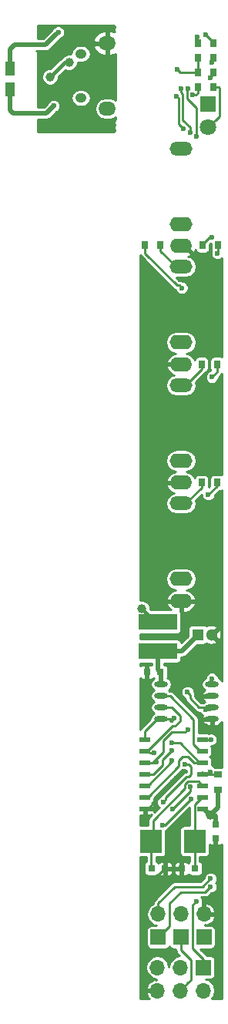
<source format=gbr>
G04 #@! TF.FileFunction,Copper,L1,Top,Signal*
%FSLAX46Y46*%
G04 Gerber Fmt 4.6, Leading zero omitted, Abs format (unit mm)*
G04 Created by KiCad (PCBNEW 4.0.6) date 2018 April 18, Wednesday 08:04:54*
%MOMM*%
%LPD*%
G01*
G04 APERTURE LIST*
%ADD10C,0.100000*%
%ADD11O,1.473200X0.609600*%
%ADD12R,1.143000X0.508000*%
%ADD13R,1.300000X1.300000*%
%ADD14C,1.300000*%
%ADD15R,4.200000X1.800000*%
%ADD16R,2.400000X2.600000*%
%ADD17R,0.750000X0.800000*%
%ADD18R,0.800000X0.750000*%
%ADD19R,0.700000X0.900000*%
%ADD20R,0.900000X0.700000*%
%ADD21R,1.800000X1.800000*%
%ADD22C,1.800000*%
%ADD23O,1.900000X1.524000*%
%ADD24O,1.250000X1.050000*%
%ADD25O,2.500000X1.500000*%
%ADD26O,2.500000X1.600000*%
%ADD27O,2.400000X1.600000*%
%ADD28R,1.700000X1.700000*%
%ADD29O,1.700000X1.700000*%
%ADD30R,1.000000X1.500000*%
%ADD31C,0.600000*%
%ADD32C,1.000000*%
%ADD33C,0.250000*%
%ADD34C,0.500000*%
%ADD35C,0.400000*%
%ADD36C,0.254000*%
G04 APERTURE END LIST*
D10*
D11*
X2806000Y-72945000D03*
X2806000Y-74215000D03*
X2806000Y-75485000D03*
X2806000Y-76755000D03*
X8394000Y-76755000D03*
X8394000Y-75485000D03*
X8394000Y-74215000D03*
X8394000Y-72945000D03*
D12*
X7402000Y-86620000D03*
X7402000Y-85350000D03*
X7402000Y-84080000D03*
X7402000Y-82810000D03*
X7402000Y-81540000D03*
X7402000Y-80270000D03*
X7402000Y-79000000D03*
X1052000Y-79000000D03*
X1052000Y-80270000D03*
X1052000Y-82810000D03*
X1052000Y-84080000D03*
X1052000Y-85350000D03*
X1052000Y-86620000D03*
X1052000Y-81540000D03*
D13*
X6850000Y-67500000D03*
D14*
X8350000Y-67500000D03*
D15*
X2500000Y-66100000D03*
X2500000Y-69300000D03*
D16*
X6500000Y-90200000D03*
X1700000Y-90200000D03*
D17*
X8800000Y-88350000D03*
X8800000Y-89850000D03*
D18*
X6550000Y-93200000D03*
X5050000Y-93200000D03*
X1750000Y-93200000D03*
X3250000Y-93200000D03*
X2750000Y-71600000D03*
X1250000Y-71600000D03*
D19*
X8550000Y-7300000D03*
X6850000Y-7300000D03*
X7350000Y-24700000D03*
X9050000Y-24700000D03*
X2750000Y-24700000D03*
X1050000Y-24700000D03*
X7250000Y-37800000D03*
X8950000Y-37800000D03*
X7250000Y-50800000D03*
X8950000Y-50800000D03*
X8550000Y-2500000D03*
X6850000Y-2500000D03*
X8550000Y-5700000D03*
X6850000Y-5700000D03*
X6850000Y-4100000D03*
X8550000Y-4100000D03*
D20*
X9100000Y-82850000D03*
X9100000Y-84550000D03*
D21*
X8000000Y-9200000D03*
D22*
X8000000Y-11740000D03*
D23*
X-3100000Y-2500000D03*
X-3100000Y-9700000D03*
D24*
X-6000000Y-3675000D03*
X-6000000Y-8525000D03*
D25*
X5000000Y-14080000D03*
D26*
X5000000Y-22380000D03*
D27*
X5000000Y-24800000D03*
D25*
X5000000Y-27080000D03*
D26*
X5000000Y-35380000D03*
D27*
X5000000Y-37800000D03*
D25*
X5000000Y-40080000D03*
D26*
X5000000Y-48380000D03*
D27*
X5000000Y-50800000D03*
D25*
X5000000Y-53080000D03*
D26*
X5000000Y-61380000D03*
D27*
X5000000Y-63800000D03*
D28*
X7480000Y-104060000D03*
D29*
X7480000Y-106600000D03*
X4940000Y-104060000D03*
X4940000Y-106600000D03*
X2400000Y-104060000D03*
X2400000Y-106600000D03*
D28*
X7500000Y-100750000D03*
D29*
X7500000Y-98210000D03*
D28*
X5000000Y-100750000D03*
D29*
X5000000Y-98210000D03*
D28*
X2500000Y-100750000D03*
D29*
X2500000Y-98210000D03*
D30*
X-13800000Y-5300000D03*
X-13800000Y-7600000D03*
D31*
X6275032Y-8204654D03*
D32*
X8224990Y-87352005D03*
X700000Y-64650000D03*
X-9400000Y-6200000D03*
X-7300000Y-4600000D03*
D31*
X1300000Y-87700000D03*
X700000Y-87700004D03*
X1300000Y-88300000D03*
X700000Y-88300000D03*
X4100000Y-83700000D03*
X4500000Y-83300000D03*
X4900000Y-82900000D03*
X7100000Y-77500000D03*
X7700000Y-77500000D03*
X7700000Y-78100000D03*
X7100004Y-78100000D03*
X7300000Y-60900000D03*
X7300000Y-59100000D03*
X7300000Y-59700000D03*
X7300000Y-60300000D03*
X7300000Y-61500000D03*
X7300000Y-62100000D03*
X7300000Y-62700000D03*
X7300000Y-63300000D03*
X700000Y-77200000D03*
X1300000Y-95850000D03*
X1300000Y-95250000D03*
X1300000Y-94650000D03*
X5354541Y-82543864D03*
X2930631Y-88400928D03*
X8174990Y-82571366D03*
X6132473Y-85525010D03*
X4050000Y-86699998D03*
X8275021Y-79029595D03*
X6051669Y-84207292D03*
X8400000Y-39200000D03*
X4254876Y-76684969D03*
X6650000Y-96810000D03*
X3023972Y-85867126D03*
X5404660Y-81745424D03*
X2024078Y-80505524D03*
X5750054Y-77901688D03*
X2300000Y-81500000D03*
X8000000Y-52100000D03*
X7691949Y-75708051D03*
X5700000Y-73800000D03*
X8250000Y-94300000D03*
X5100000Y-29400000D03*
X8241949Y-95191949D03*
X8400000Y-72350000D03*
X9000000Y-25600000D03*
X3950010Y-80248281D03*
X8400000Y-4600000D03*
X6000000Y-12300000D03*
X5000732Y-7465521D03*
X4000000Y-81300002D03*
X8200000Y-6300000D03*
X6665652Y-12743763D03*
X5800000Y-7500000D03*
X-8500000Y-1300000D03*
X-9000000Y-9400000D03*
X8400000Y-23800000D03*
X6800000Y-1800000D03*
X4550000Y-5350000D03*
X3950010Y-79383975D03*
X5250000Y-11900000D03*
X4499977Y-8300000D03*
X7700000Y-1600000D03*
D33*
X6645346Y-8204654D02*
X6275032Y-8204654D01*
X6850000Y-7300000D02*
X6850000Y-8000000D01*
X6850000Y-8000000D02*
X6645346Y-8204654D01*
D34*
X7492985Y-86620000D02*
X7724991Y-86852006D01*
X9100000Y-84550000D02*
X9100000Y-86476995D01*
X8800000Y-87450000D02*
X8702005Y-87352005D01*
X9100000Y-86476995D02*
X8724989Y-86852006D01*
X8724989Y-86852006D02*
X8224990Y-87352005D01*
X7402000Y-86620000D02*
X7492985Y-86620000D01*
X7724991Y-86852006D02*
X8224990Y-87352005D01*
X8800000Y-88350000D02*
X8800000Y-87450000D01*
X8702005Y-87352005D02*
X8224990Y-87352005D01*
D35*
X2500000Y-66100000D02*
X2150000Y-66100000D01*
X2150000Y-66100000D02*
X700000Y-64650000D01*
X-7300000Y-4600000D02*
X-7800000Y-4600000D01*
X-7800000Y-4600000D02*
X-9400000Y-6200000D01*
D33*
X700000Y-87700004D02*
X1299996Y-87700004D01*
X1299996Y-87700004D02*
X1300000Y-87700000D01*
X999999Y-87400005D02*
X700000Y-87700004D01*
X1052000Y-87348004D02*
X999999Y-87400005D01*
X1052000Y-86620000D02*
X1052000Y-87348004D01*
X700000Y-88300000D02*
X700000Y-87700004D01*
X4500000Y-83300000D02*
X4100000Y-83700000D01*
X3500000Y-84300000D02*
X4100000Y-83700000D01*
X4100000Y-83700000D02*
X4900000Y-82900000D01*
X5354541Y-82543864D02*
X5256136Y-82543864D01*
X5256136Y-82543864D02*
X4900000Y-82900000D01*
X7700000Y-78100000D02*
X7700000Y-77500000D01*
X7300000Y-61500000D02*
X7300000Y-60900000D01*
X7300000Y-60300000D02*
X7300000Y-59700000D01*
X7300000Y-62700000D02*
X7300000Y-62100000D01*
X5000000Y-63800000D02*
X6800000Y-63800000D01*
X6800000Y-63800000D02*
X7300000Y-63300000D01*
X1250000Y-71600000D02*
X1250000Y-76650000D01*
X1250000Y-76650000D02*
X700000Y-77200000D01*
X8400000Y-98160000D02*
X8176411Y-98160000D01*
X1300000Y-94650000D02*
X1300000Y-95250000D01*
X3250000Y-93200000D02*
X3225000Y-93200000D01*
X3225000Y-93200000D02*
X1775000Y-94650000D01*
X1775000Y-94650000D02*
X1300000Y-94650000D01*
X8394000Y-74215000D02*
X8691128Y-74215000D01*
D34*
X5400000Y-24800000D02*
X7050000Y-26450000D01*
X5000000Y-50800000D02*
X5600000Y-50800000D01*
D33*
X5000000Y-24800000D02*
X5400000Y-24800000D01*
X1369500Y-86620000D02*
X3500000Y-84489500D01*
X1052000Y-86620000D02*
X1369500Y-86620000D01*
X3500000Y-84489500D02*
X3500000Y-84300000D01*
X5000000Y-37800000D02*
X5400000Y-37800000D01*
D34*
X2806000Y-72945000D02*
X2806000Y-71656000D01*
X2806000Y-71656000D02*
X2750000Y-71600000D01*
X6850000Y-67500000D02*
X6850000Y-67550000D01*
X6850000Y-67550000D02*
X5100000Y-69300000D01*
X5100000Y-69300000D02*
X2500000Y-69300000D01*
X2500000Y-69300000D02*
X2500000Y-71350000D01*
X2500000Y-71350000D02*
X2750000Y-71600000D01*
D33*
X3256555Y-88400928D02*
X2930631Y-88400928D01*
X6132473Y-85525010D02*
X3256555Y-88400928D01*
X8174990Y-82624990D02*
X8174990Y-82571366D01*
X8400000Y-82850000D02*
X8174990Y-82624990D01*
X9100000Y-82850000D02*
X8400000Y-82850000D01*
X9100000Y-82850000D02*
X7442000Y-82850000D01*
X7442000Y-82850000D02*
X7402000Y-82810000D01*
X7402000Y-82810000D02*
X7084500Y-82810000D01*
D34*
X7392000Y-82800000D02*
X7397000Y-82805000D01*
X7397000Y-82805000D02*
X7402000Y-82810000D01*
D33*
X6375056Y-76797456D02*
X6375056Y-79560556D01*
X2806000Y-74215000D02*
X3792600Y-74215000D01*
X3792600Y-74215000D02*
X6375056Y-76797456D01*
X6375056Y-79560556D02*
X7084500Y-80270000D01*
X7402000Y-80270000D02*
X7084500Y-80270000D01*
X7402000Y-80270000D02*
X7719500Y-80270000D01*
X6970000Y-80270000D02*
X7084500Y-80270000D01*
X5000000Y-100740000D02*
X5000000Y-102150000D01*
X6115001Y-105424999D02*
X5789999Y-105750001D01*
X5000000Y-102150000D02*
X6115001Y-103265001D01*
X6115001Y-103265001D02*
X6115001Y-105424999D01*
X5789999Y-105750001D02*
X4940000Y-106600000D01*
X6051669Y-84698329D02*
X4349999Y-86399999D01*
X6051669Y-84207292D02*
X6051669Y-84698329D01*
X4349999Y-86399999D02*
X4050000Y-86699998D01*
X7402000Y-79000000D02*
X8245426Y-79000000D01*
X8245426Y-79000000D02*
X8275021Y-79029595D01*
X8950000Y-37800000D02*
X8950000Y-38650000D01*
X8950000Y-38650000D02*
X8400000Y-39200000D01*
X7480000Y-104060000D02*
X7480000Y-103180000D01*
X7480000Y-103180000D02*
X6280000Y-101980000D01*
X6280000Y-101980000D02*
X6280000Y-97180000D01*
X6280000Y-97180000D02*
X6650000Y-96810000D01*
X3954877Y-76984968D02*
X4254876Y-76684969D01*
X4184845Y-76755000D02*
X4254876Y-76684969D01*
X3853402Y-76984968D02*
X3954877Y-76984968D01*
X3823434Y-76955000D02*
X3853402Y-76984968D01*
X2806000Y-76755000D02*
X4184845Y-76755000D01*
X5828924Y-81745424D02*
X6125002Y-82041502D01*
X6125002Y-82041502D02*
X6125002Y-82813585D01*
X3323971Y-85373575D02*
X3323971Y-85567127D01*
X3323971Y-85567127D02*
X3023972Y-85867126D01*
X6125002Y-82813585D02*
X5806308Y-83132279D01*
X5565267Y-83132279D02*
X3323971Y-85373575D01*
X5806308Y-83132279D02*
X5565267Y-83132279D01*
X5404660Y-81745424D02*
X5828924Y-81745424D01*
X1052000Y-79000000D02*
X1052000Y-78077200D01*
X1052000Y-78077200D02*
X2374200Y-76755000D01*
X2374200Y-76755000D02*
X2806000Y-76755000D01*
X4879877Y-76984970D02*
X4879877Y-76384968D01*
X4350002Y-77514846D02*
X4879877Y-76984970D01*
X4047033Y-77514846D02*
X4350002Y-77514846D01*
X1369500Y-80270000D02*
X1369500Y-80192379D01*
X1369500Y-80192379D02*
X4047033Y-77514846D01*
X4879877Y-76384968D02*
X3979909Y-75485000D01*
X3979909Y-75485000D02*
X3792600Y-75485000D01*
X3792600Y-75485000D02*
X2806000Y-75485000D01*
X1369500Y-80270000D02*
X1369500Y-80275210D01*
X1369500Y-80275210D02*
X1599814Y-80505524D01*
X1599814Y-80505524D02*
X2024078Y-80505524D01*
X1052000Y-80270000D02*
X1369500Y-80270000D01*
X3049966Y-79148324D02*
X3975100Y-78223190D01*
X3049966Y-80363534D02*
X3049966Y-79148324D01*
X1873500Y-81540000D02*
X3049966Y-80363534D01*
X1052000Y-81540000D02*
X1873500Y-81540000D01*
X3975100Y-78223190D02*
X5428552Y-78223190D01*
X5450055Y-78201687D02*
X5750054Y-77901688D01*
X5428552Y-78223190D02*
X5450055Y-78201687D01*
X1052000Y-81540000D02*
X2260000Y-81540000D01*
X2260000Y-81540000D02*
X2300000Y-81500000D01*
X8950000Y-50800000D02*
X8950000Y-51150000D01*
X8950000Y-51150000D02*
X8000000Y-52100000D01*
X5000000Y-27080000D02*
X4500000Y-27080000D01*
X2750000Y-25330000D02*
X2750000Y-24700000D01*
X4500000Y-27080000D02*
X2750000Y-25330000D01*
X5000000Y-27050000D02*
X5000000Y-27065000D01*
X5000000Y-27065000D02*
X5000000Y-27080000D01*
X8550000Y-7300000D02*
X9150000Y-7300000D01*
X9150000Y-7300000D02*
X9225001Y-7375001D01*
X9225001Y-7375001D02*
X9225001Y-10514999D01*
X9225001Y-10514999D02*
X8899999Y-10840001D01*
X8899999Y-10840001D02*
X8000000Y-11740000D01*
D34*
X8000000Y-11740000D02*
X7930000Y-11670000D01*
X7930000Y-11670000D02*
X7860000Y-11600000D01*
D33*
X8116213Y-75708051D02*
X7691949Y-75708051D01*
X8170949Y-75708051D02*
X8116213Y-75708051D01*
X8394000Y-75485000D02*
X8170949Y-75708051D01*
X8394000Y-75485000D02*
X6985000Y-75485000D01*
X6985000Y-75485000D02*
X5999999Y-74499999D01*
X5999999Y-74499999D02*
X5999999Y-74099999D01*
X5999999Y-74099999D02*
X5700000Y-73800000D01*
X8250000Y-94300000D02*
X7350000Y-95200000D01*
X7350000Y-95200000D02*
X4307919Y-95200000D01*
X4307919Y-95200000D02*
X2500000Y-97007919D01*
X2500000Y-97007919D02*
X2500000Y-98210000D01*
X2200000Y-97750000D02*
X2200000Y-98210000D01*
X1050000Y-24700000D02*
X1050000Y-25600000D01*
X1050000Y-25600000D02*
X4550001Y-29100001D01*
X4550001Y-29100001D02*
X4800001Y-29100001D01*
X4800001Y-29100001D02*
X5100000Y-29400000D01*
X8241949Y-95191949D02*
X7637498Y-95796400D01*
X7637498Y-95796400D02*
X5003600Y-95796400D01*
X3770000Y-97030000D02*
X3770000Y-99500000D01*
X5003600Y-95796400D02*
X3770000Y-97030000D01*
X3770000Y-99500000D02*
X2520000Y-100750000D01*
X2520000Y-100750000D02*
X2500000Y-100750000D01*
X3020000Y-100750000D02*
X2200000Y-100750000D01*
X8400000Y-72350000D02*
X8400000Y-72939000D01*
X8400000Y-72939000D02*
X8394000Y-72945000D01*
X9050000Y-24700000D02*
X9050000Y-25550000D01*
X9050000Y-25550000D02*
X9000000Y-25600000D01*
X6500000Y-88650000D02*
X6500000Y-90200000D01*
X7261498Y-85350000D02*
X6500000Y-86111498D01*
X6500000Y-86111498D02*
X6500000Y-88650000D01*
X7402000Y-85350000D02*
X7261498Y-85350000D01*
X6500000Y-90200000D02*
X6500000Y-93150000D01*
X6500000Y-93150000D02*
X6550000Y-93200000D01*
X1925001Y-89974999D02*
X1700000Y-90200000D01*
X5426667Y-84398333D02*
X1925001Y-87899999D01*
X5426667Y-83907290D02*
X5426667Y-84398333D01*
X5751667Y-83582290D02*
X5426667Y-83907290D01*
X1925001Y-87899999D02*
X1925001Y-89974999D01*
X6904290Y-83582290D02*
X5751667Y-83582290D01*
X7402000Y-84080000D02*
X6904290Y-83582290D01*
X1700000Y-90200000D02*
X1700000Y-93150000D01*
X1700000Y-93150000D02*
X1750000Y-93200000D01*
X2925002Y-81800002D02*
X2925002Y-81273289D01*
X2925002Y-81273289D02*
X3650011Y-80548280D01*
X3650011Y-80548280D02*
X3950010Y-80248281D01*
X1915004Y-82810000D02*
X2925002Y-81800002D01*
X1052000Y-82810000D02*
X1915004Y-82810000D01*
X6000000Y-11875736D02*
X6000000Y-12300000D01*
X6000000Y-11724996D02*
X6000000Y-11875736D01*
X5200011Y-10925007D02*
X6000000Y-11724996D01*
X5000732Y-7889785D02*
X5200011Y-8089064D01*
X5200011Y-8089064D02*
X5200011Y-10925007D01*
X5000732Y-7465521D02*
X5000732Y-7889785D01*
X8400000Y-4175736D02*
X8400000Y-4600000D01*
X8475736Y-4100000D02*
X8400000Y-4175736D01*
X8550000Y-4100000D02*
X8475736Y-4100000D01*
X1369500Y-84080000D02*
X4000000Y-81449500D01*
X1052000Y-84080000D02*
X1369500Y-84080000D01*
X4000000Y-81449500D02*
X4000000Y-81300002D01*
X6665652Y-9590656D02*
X6665652Y-12319499D01*
X5650022Y-8575026D02*
X6665652Y-9590656D01*
X5800000Y-7500000D02*
X5650022Y-7649978D01*
X5650022Y-7649978D02*
X5650022Y-8575026D01*
X6665652Y-12319499D02*
X6665652Y-12743763D01*
X8499999Y-6000001D02*
X8200000Y-6300000D01*
X8550000Y-5950000D02*
X8499999Y-6000001D01*
X8550000Y-5700000D02*
X8550000Y-5950000D01*
D34*
X-13800000Y-5300000D02*
X-13800000Y-3200000D01*
X-13800000Y-3200000D02*
X-13300000Y-2700000D01*
X-13300000Y-2700000D02*
X-9900000Y-2700000D01*
X-9900000Y-2700000D02*
X-8799999Y-1599999D01*
X-8799999Y-1599999D02*
X-8500000Y-1300000D01*
X-13500000Y-10200000D02*
X-9800000Y-10200000D01*
X-9800000Y-10200000D02*
X-9000000Y-9400000D01*
X-13800000Y-9900000D02*
X-13500000Y-10200000D01*
X-13800000Y-7600000D02*
X-13800000Y-9900000D01*
D33*
X8150000Y-23800000D02*
X8400000Y-23800000D01*
X7350000Y-24700000D02*
X7350000Y-24600000D01*
X7350000Y-24600000D02*
X8150000Y-23800000D01*
X5000000Y-40080000D02*
X5500000Y-40080000D01*
X5500000Y-40080000D02*
X7250000Y-38330000D01*
X7250000Y-38330000D02*
X7250000Y-37800000D01*
X5000000Y-40080000D02*
X4500000Y-40080000D01*
X7250000Y-50800000D02*
X7250000Y-51330000D01*
X7250000Y-51330000D02*
X5500000Y-53080000D01*
X5500000Y-53080000D02*
X5000000Y-53080000D01*
X5000000Y-53080000D02*
X4500000Y-53080000D01*
X6800000Y-1800000D02*
X6800000Y-2450000D01*
X6800000Y-2450000D02*
X6850000Y-2500000D01*
X4849999Y-5649999D02*
X4550000Y-5350000D01*
X4900000Y-5700000D02*
X4849999Y-5649999D01*
X6850000Y-5700000D02*
X4900000Y-5700000D01*
X6850000Y-4100000D02*
X6850000Y-5700000D01*
X1052000Y-85350000D02*
X1369500Y-85350000D01*
X1369500Y-85350000D02*
X4777376Y-81942124D01*
X4777376Y-81942124D02*
X4777376Y-81322624D01*
X6440000Y-81540000D02*
X7402000Y-81540000D01*
X4777376Y-81322624D02*
X5200000Y-80900000D01*
X5200000Y-80900000D02*
X5800000Y-80900000D01*
X5800000Y-80900000D02*
X6440000Y-81540000D01*
X7402000Y-81540000D02*
X7040000Y-81540000D01*
X7040000Y-81540000D02*
X4883975Y-79383975D01*
X4883975Y-79383975D02*
X4374274Y-79383975D01*
X4374274Y-79383975D02*
X3950010Y-79383975D01*
X4950001Y-11600001D02*
X5250000Y-11900000D01*
X4499977Y-8300000D02*
X4750000Y-8550023D01*
X4750000Y-8550023D02*
X4750000Y-11400000D01*
X4750000Y-11400000D02*
X4950001Y-11600001D01*
X8550000Y-2500000D02*
X8550000Y-2450000D01*
X8550000Y-2450000D02*
X7700000Y-1600000D01*
D36*
G36*
X5948000Y-88464635D02*
X5300000Y-88464635D01*
X5141763Y-88494409D01*
X4996433Y-88587927D01*
X4898936Y-88730619D01*
X4864635Y-88900000D01*
X4864635Y-91500000D01*
X4894409Y-91658237D01*
X4987927Y-91803567D01*
X5130619Y-91901064D01*
X5300000Y-91935365D01*
X5948000Y-91935365D01*
X5948000Y-92447570D01*
X5846433Y-92512927D01*
X5803959Y-92575090D01*
X5691876Y-92463007D01*
X5534935Y-92398000D01*
X5283750Y-92398000D01*
X5177000Y-92504750D01*
X5177000Y-93073000D01*
X5197000Y-93073000D01*
X5197000Y-93327000D01*
X5177000Y-93327000D01*
X5177000Y-93895250D01*
X5283750Y-94002000D01*
X5534935Y-94002000D01*
X5691876Y-93936993D01*
X5803619Y-93825250D01*
X5837927Y-93878567D01*
X5980619Y-93976064D01*
X6150000Y-94010365D01*
X6950000Y-94010365D01*
X7108237Y-93980591D01*
X7253567Y-93887073D01*
X7351064Y-93744381D01*
X7385365Y-93575000D01*
X7385365Y-92825000D01*
X7355591Y-92666763D01*
X7262073Y-92521433D01*
X7119381Y-92423936D01*
X7052000Y-92410291D01*
X7052000Y-91935365D01*
X7700000Y-91935365D01*
X7858237Y-91905591D01*
X8003567Y-91812073D01*
X8101064Y-91669381D01*
X8135365Y-91500000D01*
X8135365Y-90564234D01*
X8183124Y-90611993D01*
X8340064Y-90677000D01*
X8566250Y-90677000D01*
X8673000Y-90570250D01*
X8673000Y-89977000D01*
X8653000Y-89977000D01*
X8653000Y-89723000D01*
X8673000Y-89723000D01*
X8673000Y-89703000D01*
X8927000Y-89703000D01*
X8927000Y-89723000D01*
X8947000Y-89723000D01*
X8947000Y-89977000D01*
X8927000Y-89977000D01*
X8927000Y-90570250D01*
X9033750Y-90677000D01*
X9259936Y-90677000D01*
X9416876Y-90611993D01*
X9473000Y-90555869D01*
X9473000Y-107473000D01*
X8419720Y-107473000D01*
X8659794Y-107113705D01*
X8757000Y-106625018D01*
X8757000Y-106574982D01*
X8659794Y-106086295D01*
X8382975Y-105672007D01*
X7968687Y-105395188D01*
X7718210Y-105345365D01*
X8330000Y-105345365D01*
X8488237Y-105315591D01*
X8633567Y-105222073D01*
X8731064Y-105079381D01*
X8765365Y-104910000D01*
X8765365Y-103210000D01*
X8735591Y-103051763D01*
X8642073Y-102906433D01*
X8499381Y-102808936D01*
X8330000Y-102774635D01*
X7855281Y-102774635D01*
X7116011Y-102035365D01*
X8350000Y-102035365D01*
X8508237Y-102005591D01*
X8653567Y-101912073D01*
X8751064Y-101769381D01*
X8785365Y-101600000D01*
X8785365Y-99900000D01*
X8755591Y-99741763D01*
X8662073Y-99596433D01*
X8519381Y-99498936D01*
X8350000Y-99464635D01*
X7627002Y-99464635D01*
X7627002Y-99373339D01*
X7824213Y-99445158D01*
X8144142Y-99312651D01*
X8517076Y-98982214D01*
X8735169Y-98534215D01*
X8663930Y-98337000D01*
X7627000Y-98337000D01*
X7627000Y-98357000D01*
X7373000Y-98357000D01*
X7373000Y-98337000D01*
X7353000Y-98337000D01*
X7353000Y-98083000D01*
X7373000Y-98083000D01*
X7373000Y-97046662D01*
X7627000Y-97046662D01*
X7627000Y-98083000D01*
X8663930Y-98083000D01*
X8735169Y-97885785D01*
X8517076Y-97437786D01*
X8144142Y-97107349D01*
X7824213Y-96974842D01*
X7627000Y-97046662D01*
X7373000Y-97046662D01*
X7343391Y-97035879D01*
X7376874Y-96955244D01*
X7377126Y-96666025D01*
X7266680Y-96398725D01*
X7216443Y-96348400D01*
X7637498Y-96348400D01*
X7848740Y-96306382D01*
X8027821Y-96186723D01*
X8295548Y-95918996D01*
X8385924Y-95919075D01*
X8653224Y-95808629D01*
X8857910Y-95604299D01*
X8968823Y-95337193D01*
X8969075Y-95047974D01*
X8858629Y-94780674D01*
X8828127Y-94750119D01*
X8865961Y-94712350D01*
X8976874Y-94445244D01*
X8977126Y-94156025D01*
X8866680Y-93888725D01*
X8662350Y-93684039D01*
X8395244Y-93573126D01*
X8106025Y-93572874D01*
X7838725Y-93683320D01*
X7634039Y-93887650D01*
X7523126Y-94154756D01*
X7523046Y-94246308D01*
X7121354Y-94648000D01*
X4307919Y-94648000D01*
X4096678Y-94690018D01*
X3917596Y-94809677D01*
X2109677Y-96617596D01*
X1990018Y-96796677D01*
X1955789Y-96968759D01*
X1948000Y-97007919D01*
X1948000Y-97047492D01*
X1597025Y-97282007D01*
X1320206Y-97696295D01*
X1223000Y-98184982D01*
X1223000Y-98235018D01*
X1320206Y-98723705D01*
X1597025Y-99137993D01*
X2011313Y-99414812D01*
X2261790Y-99464635D01*
X1650000Y-99464635D01*
X1491763Y-99494409D01*
X1346433Y-99587927D01*
X1248936Y-99730619D01*
X1214635Y-99900000D01*
X1214635Y-101600000D01*
X1244409Y-101758237D01*
X1337927Y-101903567D01*
X1480619Y-102001064D01*
X1650000Y-102035365D01*
X3350000Y-102035365D01*
X3508237Y-102005591D01*
X3653567Y-101912073D01*
X3751064Y-101769381D01*
X3751188Y-101768771D01*
X3837927Y-101903567D01*
X3980619Y-102001064D01*
X4150000Y-102035365D01*
X4448000Y-102035365D01*
X4448000Y-102150000D01*
X4490018Y-102361242D01*
X4609677Y-102540323D01*
X4846028Y-102776674D01*
X4451313Y-102855188D01*
X4037025Y-103132007D01*
X3760206Y-103546295D01*
X3670000Y-103999791D01*
X3579794Y-103546295D01*
X3302975Y-103132007D01*
X2888687Y-102855188D01*
X2400000Y-102757982D01*
X1911313Y-102855188D01*
X1497025Y-103132007D01*
X1220206Y-103546295D01*
X1123000Y-104034982D01*
X1123000Y-104085018D01*
X1220206Y-104573705D01*
X1497025Y-104987993D01*
X1911313Y-105264812D01*
X2272998Y-105336756D01*
X2272998Y-105436661D01*
X2075787Y-105364842D01*
X1755858Y-105497349D01*
X1382924Y-105827786D01*
X1164831Y-106275785D01*
X1236070Y-106473000D01*
X2273000Y-106473000D01*
X2273000Y-106453000D01*
X2527000Y-106453000D01*
X2527000Y-106473000D01*
X2547000Y-106473000D01*
X2547000Y-106727000D01*
X2527000Y-106727000D01*
X2527000Y-106747000D01*
X2273000Y-106747000D01*
X2273000Y-106727000D01*
X1236070Y-106727000D01*
X1164831Y-106924215D01*
X1382924Y-107372214D01*
X1496672Y-107473000D01*
X527000Y-107473000D01*
X527000Y-91935365D01*
X1148000Y-91935365D01*
X1148000Y-92447570D01*
X1046433Y-92512927D01*
X948936Y-92655619D01*
X914635Y-92825000D01*
X914635Y-93575000D01*
X944409Y-93733237D01*
X1037927Y-93878567D01*
X1180619Y-93976064D01*
X1350000Y-94010365D01*
X2150000Y-94010365D01*
X2308237Y-93980591D01*
X2453567Y-93887073D01*
X2496041Y-93824910D01*
X2608124Y-93936993D01*
X2765065Y-94002000D01*
X3016250Y-94002000D01*
X3123000Y-93895250D01*
X3123000Y-93327000D01*
X3377000Y-93327000D01*
X3377000Y-93895250D01*
X3483750Y-94002000D01*
X3734935Y-94002000D01*
X3891876Y-93936993D01*
X4011993Y-93816876D01*
X4077000Y-93659936D01*
X4077000Y-93433750D01*
X4223000Y-93433750D01*
X4223000Y-93659936D01*
X4288007Y-93816876D01*
X4408124Y-93936993D01*
X4565065Y-94002000D01*
X4816250Y-94002000D01*
X4923000Y-93895250D01*
X4923000Y-93327000D01*
X4329750Y-93327000D01*
X4223000Y-93433750D01*
X4077000Y-93433750D01*
X3970250Y-93327000D01*
X3377000Y-93327000D01*
X3123000Y-93327000D01*
X3103000Y-93327000D01*
X3103000Y-93073000D01*
X3123000Y-93073000D01*
X3123000Y-92504750D01*
X3377000Y-92504750D01*
X3377000Y-93073000D01*
X3970250Y-93073000D01*
X4077000Y-92966250D01*
X4077000Y-92740064D01*
X4223000Y-92740064D01*
X4223000Y-92966250D01*
X4329750Y-93073000D01*
X4923000Y-93073000D01*
X4923000Y-92504750D01*
X4816250Y-92398000D01*
X4565065Y-92398000D01*
X4408124Y-92463007D01*
X4288007Y-92583124D01*
X4223000Y-92740064D01*
X4077000Y-92740064D01*
X4011993Y-92583124D01*
X3891876Y-92463007D01*
X3734935Y-92398000D01*
X3483750Y-92398000D01*
X3377000Y-92504750D01*
X3123000Y-92504750D01*
X3016250Y-92398000D01*
X2765065Y-92398000D01*
X2608124Y-92463007D01*
X2496381Y-92574750D01*
X2462073Y-92521433D01*
X2319381Y-92423936D01*
X2252000Y-92410291D01*
X2252000Y-91935365D01*
X2900000Y-91935365D01*
X3058237Y-91905591D01*
X3203567Y-91812073D01*
X3301064Y-91669381D01*
X3335365Y-91500000D01*
X3335365Y-89020311D01*
X3341906Y-89017608D01*
X3444060Y-88915631D01*
X3467797Y-88910910D01*
X3646878Y-88791251D01*
X5948000Y-86490129D01*
X5948000Y-88464635D01*
X5948000Y-88464635D01*
G37*
X5948000Y-88464635D02*
X5300000Y-88464635D01*
X5141763Y-88494409D01*
X4996433Y-88587927D01*
X4898936Y-88730619D01*
X4864635Y-88900000D01*
X4864635Y-91500000D01*
X4894409Y-91658237D01*
X4987927Y-91803567D01*
X5130619Y-91901064D01*
X5300000Y-91935365D01*
X5948000Y-91935365D01*
X5948000Y-92447570D01*
X5846433Y-92512927D01*
X5803959Y-92575090D01*
X5691876Y-92463007D01*
X5534935Y-92398000D01*
X5283750Y-92398000D01*
X5177000Y-92504750D01*
X5177000Y-93073000D01*
X5197000Y-93073000D01*
X5197000Y-93327000D01*
X5177000Y-93327000D01*
X5177000Y-93895250D01*
X5283750Y-94002000D01*
X5534935Y-94002000D01*
X5691876Y-93936993D01*
X5803619Y-93825250D01*
X5837927Y-93878567D01*
X5980619Y-93976064D01*
X6150000Y-94010365D01*
X6950000Y-94010365D01*
X7108237Y-93980591D01*
X7253567Y-93887073D01*
X7351064Y-93744381D01*
X7385365Y-93575000D01*
X7385365Y-92825000D01*
X7355591Y-92666763D01*
X7262073Y-92521433D01*
X7119381Y-92423936D01*
X7052000Y-92410291D01*
X7052000Y-91935365D01*
X7700000Y-91935365D01*
X7858237Y-91905591D01*
X8003567Y-91812073D01*
X8101064Y-91669381D01*
X8135365Y-91500000D01*
X8135365Y-90564234D01*
X8183124Y-90611993D01*
X8340064Y-90677000D01*
X8566250Y-90677000D01*
X8673000Y-90570250D01*
X8673000Y-89977000D01*
X8653000Y-89977000D01*
X8653000Y-89723000D01*
X8673000Y-89723000D01*
X8673000Y-89703000D01*
X8927000Y-89703000D01*
X8927000Y-89723000D01*
X8947000Y-89723000D01*
X8947000Y-89977000D01*
X8927000Y-89977000D01*
X8927000Y-90570250D01*
X9033750Y-90677000D01*
X9259936Y-90677000D01*
X9416876Y-90611993D01*
X9473000Y-90555869D01*
X9473000Y-107473000D01*
X8419720Y-107473000D01*
X8659794Y-107113705D01*
X8757000Y-106625018D01*
X8757000Y-106574982D01*
X8659794Y-106086295D01*
X8382975Y-105672007D01*
X7968687Y-105395188D01*
X7718210Y-105345365D01*
X8330000Y-105345365D01*
X8488237Y-105315591D01*
X8633567Y-105222073D01*
X8731064Y-105079381D01*
X8765365Y-104910000D01*
X8765365Y-103210000D01*
X8735591Y-103051763D01*
X8642073Y-102906433D01*
X8499381Y-102808936D01*
X8330000Y-102774635D01*
X7855281Y-102774635D01*
X7116011Y-102035365D01*
X8350000Y-102035365D01*
X8508237Y-102005591D01*
X8653567Y-101912073D01*
X8751064Y-101769381D01*
X8785365Y-101600000D01*
X8785365Y-99900000D01*
X8755591Y-99741763D01*
X8662073Y-99596433D01*
X8519381Y-99498936D01*
X8350000Y-99464635D01*
X7627002Y-99464635D01*
X7627002Y-99373339D01*
X7824213Y-99445158D01*
X8144142Y-99312651D01*
X8517076Y-98982214D01*
X8735169Y-98534215D01*
X8663930Y-98337000D01*
X7627000Y-98337000D01*
X7627000Y-98357000D01*
X7373000Y-98357000D01*
X7373000Y-98337000D01*
X7353000Y-98337000D01*
X7353000Y-98083000D01*
X7373000Y-98083000D01*
X7373000Y-97046662D01*
X7627000Y-97046662D01*
X7627000Y-98083000D01*
X8663930Y-98083000D01*
X8735169Y-97885785D01*
X8517076Y-97437786D01*
X8144142Y-97107349D01*
X7824213Y-96974842D01*
X7627000Y-97046662D01*
X7373000Y-97046662D01*
X7343391Y-97035879D01*
X7376874Y-96955244D01*
X7377126Y-96666025D01*
X7266680Y-96398725D01*
X7216443Y-96348400D01*
X7637498Y-96348400D01*
X7848740Y-96306382D01*
X8027821Y-96186723D01*
X8295548Y-95918996D01*
X8385924Y-95919075D01*
X8653224Y-95808629D01*
X8857910Y-95604299D01*
X8968823Y-95337193D01*
X8969075Y-95047974D01*
X8858629Y-94780674D01*
X8828127Y-94750119D01*
X8865961Y-94712350D01*
X8976874Y-94445244D01*
X8977126Y-94156025D01*
X8866680Y-93888725D01*
X8662350Y-93684039D01*
X8395244Y-93573126D01*
X8106025Y-93572874D01*
X7838725Y-93683320D01*
X7634039Y-93887650D01*
X7523126Y-94154756D01*
X7523046Y-94246308D01*
X7121354Y-94648000D01*
X4307919Y-94648000D01*
X4096678Y-94690018D01*
X3917596Y-94809677D01*
X2109677Y-96617596D01*
X1990018Y-96796677D01*
X1955789Y-96968759D01*
X1948000Y-97007919D01*
X1948000Y-97047492D01*
X1597025Y-97282007D01*
X1320206Y-97696295D01*
X1223000Y-98184982D01*
X1223000Y-98235018D01*
X1320206Y-98723705D01*
X1597025Y-99137993D01*
X2011313Y-99414812D01*
X2261790Y-99464635D01*
X1650000Y-99464635D01*
X1491763Y-99494409D01*
X1346433Y-99587927D01*
X1248936Y-99730619D01*
X1214635Y-99900000D01*
X1214635Y-101600000D01*
X1244409Y-101758237D01*
X1337927Y-101903567D01*
X1480619Y-102001064D01*
X1650000Y-102035365D01*
X3350000Y-102035365D01*
X3508237Y-102005591D01*
X3653567Y-101912073D01*
X3751064Y-101769381D01*
X3751188Y-101768771D01*
X3837927Y-101903567D01*
X3980619Y-102001064D01*
X4150000Y-102035365D01*
X4448000Y-102035365D01*
X4448000Y-102150000D01*
X4490018Y-102361242D01*
X4609677Y-102540323D01*
X4846028Y-102776674D01*
X4451313Y-102855188D01*
X4037025Y-103132007D01*
X3760206Y-103546295D01*
X3670000Y-103999791D01*
X3579794Y-103546295D01*
X3302975Y-103132007D01*
X2888687Y-102855188D01*
X2400000Y-102757982D01*
X1911313Y-102855188D01*
X1497025Y-103132007D01*
X1220206Y-103546295D01*
X1123000Y-104034982D01*
X1123000Y-104085018D01*
X1220206Y-104573705D01*
X1497025Y-104987993D01*
X1911313Y-105264812D01*
X2272998Y-105336756D01*
X2272998Y-105436661D01*
X2075787Y-105364842D01*
X1755858Y-105497349D01*
X1382924Y-105827786D01*
X1164831Y-106275785D01*
X1236070Y-106473000D01*
X2273000Y-106473000D01*
X2273000Y-106453000D01*
X2527000Y-106453000D01*
X2527000Y-106473000D01*
X2547000Y-106473000D01*
X2547000Y-106727000D01*
X2527000Y-106727000D01*
X2527000Y-106747000D01*
X2273000Y-106747000D01*
X2273000Y-106727000D01*
X1236070Y-106727000D01*
X1164831Y-106924215D01*
X1382924Y-107372214D01*
X1496672Y-107473000D01*
X527000Y-107473000D01*
X527000Y-91935365D01*
X1148000Y-91935365D01*
X1148000Y-92447570D01*
X1046433Y-92512927D01*
X948936Y-92655619D01*
X914635Y-92825000D01*
X914635Y-93575000D01*
X944409Y-93733237D01*
X1037927Y-93878567D01*
X1180619Y-93976064D01*
X1350000Y-94010365D01*
X2150000Y-94010365D01*
X2308237Y-93980591D01*
X2453567Y-93887073D01*
X2496041Y-93824910D01*
X2608124Y-93936993D01*
X2765065Y-94002000D01*
X3016250Y-94002000D01*
X3123000Y-93895250D01*
X3123000Y-93327000D01*
X3377000Y-93327000D01*
X3377000Y-93895250D01*
X3483750Y-94002000D01*
X3734935Y-94002000D01*
X3891876Y-93936993D01*
X4011993Y-93816876D01*
X4077000Y-93659936D01*
X4077000Y-93433750D01*
X4223000Y-93433750D01*
X4223000Y-93659936D01*
X4288007Y-93816876D01*
X4408124Y-93936993D01*
X4565065Y-94002000D01*
X4816250Y-94002000D01*
X4923000Y-93895250D01*
X4923000Y-93327000D01*
X4329750Y-93327000D01*
X4223000Y-93433750D01*
X4077000Y-93433750D01*
X3970250Y-93327000D01*
X3377000Y-93327000D01*
X3123000Y-93327000D01*
X3103000Y-93327000D01*
X3103000Y-93073000D01*
X3123000Y-93073000D01*
X3123000Y-92504750D01*
X3377000Y-92504750D01*
X3377000Y-93073000D01*
X3970250Y-93073000D01*
X4077000Y-92966250D01*
X4077000Y-92740064D01*
X4223000Y-92740064D01*
X4223000Y-92966250D01*
X4329750Y-93073000D01*
X4923000Y-93073000D01*
X4923000Y-92504750D01*
X4816250Y-92398000D01*
X4565065Y-92398000D01*
X4408124Y-92463007D01*
X4288007Y-92583124D01*
X4223000Y-92740064D01*
X4077000Y-92740064D01*
X4011993Y-92583124D01*
X3891876Y-92463007D01*
X3734935Y-92398000D01*
X3483750Y-92398000D01*
X3377000Y-92504750D01*
X3123000Y-92504750D01*
X3016250Y-92398000D01*
X2765065Y-92398000D01*
X2608124Y-92463007D01*
X2496381Y-92574750D01*
X2462073Y-92521433D01*
X2319381Y-92423936D01*
X2252000Y-92410291D01*
X2252000Y-91935365D01*
X2900000Y-91935365D01*
X3058237Y-91905591D01*
X3203567Y-91812073D01*
X3301064Y-91669381D01*
X3335365Y-91500000D01*
X3335365Y-89020311D01*
X3341906Y-89017608D01*
X3444060Y-88915631D01*
X3467797Y-88910910D01*
X3646878Y-88791251D01*
X5948000Y-86490129D01*
X5948000Y-88464635D01*
G36*
X5259416Y-82472298D02*
X5548635Y-82472550D01*
X5573002Y-82462482D01*
X5573002Y-82580279D01*
X5565267Y-82580279D01*
X5354025Y-82622297D01*
X5174944Y-82741956D01*
X2933648Y-84983252D01*
X2813989Y-85162333D01*
X2812918Y-85167716D01*
X2612697Y-85250446D01*
X2408011Y-85454776D01*
X2297098Y-85721882D01*
X2296846Y-86011101D01*
X2407292Y-86278401D01*
X2586466Y-86457888D01*
X2025809Y-87018545D01*
X2050500Y-86958935D01*
X2050500Y-86853750D01*
X1943750Y-86747000D01*
X1179000Y-86747000D01*
X1179000Y-87194250D01*
X1285750Y-87301000D01*
X1708436Y-87301000D01*
X1768045Y-87276309D01*
X1534678Y-87509676D01*
X1415019Y-87688757D01*
X1377691Y-87876422D01*
X1373001Y-87899999D01*
X1373001Y-88464635D01*
X527000Y-88464635D01*
X527000Y-87301000D01*
X818250Y-87301000D01*
X925000Y-87194250D01*
X925000Y-86747000D01*
X905000Y-86747000D01*
X905000Y-86493000D01*
X925000Y-86493000D01*
X925000Y-86473000D01*
X1179000Y-86473000D01*
X1179000Y-86493000D01*
X1943750Y-86493000D01*
X2050500Y-86386250D01*
X2050500Y-86281065D01*
X1985493Y-86124124D01*
X1865376Y-86004007D01*
X1819771Y-85985117D01*
X1927067Y-85916073D01*
X2024564Y-85773381D01*
X2058865Y-85604000D01*
X2058865Y-85441281D01*
X5095791Y-82404355D01*
X5259416Y-82472298D01*
X5259416Y-82472298D01*
G37*
X5259416Y-82472298D02*
X5548635Y-82472550D01*
X5573002Y-82462482D01*
X5573002Y-82580279D01*
X5565267Y-82580279D01*
X5354025Y-82622297D01*
X5174944Y-82741956D01*
X2933648Y-84983252D01*
X2813989Y-85162333D01*
X2812918Y-85167716D01*
X2612697Y-85250446D01*
X2408011Y-85454776D01*
X2297098Y-85721882D01*
X2296846Y-86011101D01*
X2407292Y-86278401D01*
X2586466Y-86457888D01*
X2025809Y-87018545D01*
X2050500Y-86958935D01*
X2050500Y-86853750D01*
X1943750Y-86747000D01*
X1179000Y-86747000D01*
X1179000Y-87194250D01*
X1285750Y-87301000D01*
X1708436Y-87301000D01*
X1768045Y-87276309D01*
X1534678Y-87509676D01*
X1415019Y-87688757D01*
X1377691Y-87876422D01*
X1373001Y-87899999D01*
X1373001Y-88464635D01*
X527000Y-88464635D01*
X527000Y-87301000D01*
X818250Y-87301000D01*
X925000Y-87194250D01*
X925000Y-86747000D01*
X905000Y-86747000D01*
X905000Y-86493000D01*
X925000Y-86493000D01*
X925000Y-86473000D01*
X1179000Y-86473000D01*
X1179000Y-86493000D01*
X1943750Y-86493000D01*
X2050500Y-86386250D01*
X2050500Y-86281065D01*
X1985493Y-86124124D01*
X1865376Y-86004007D01*
X1819771Y-85985117D01*
X1927067Y-85916073D01*
X2024564Y-85773381D01*
X2058865Y-85604000D01*
X2058865Y-85441281D01*
X5095791Y-82404355D01*
X5259416Y-82472298D01*
G36*
X8254756Y-24526874D02*
X8264635Y-24526883D01*
X8264635Y-25150000D01*
X8294409Y-25308237D01*
X8318452Y-25345600D01*
X8273126Y-25454756D01*
X8272874Y-25743975D01*
X8383320Y-26011275D01*
X8587650Y-26215961D01*
X8854756Y-26326874D01*
X9143975Y-26327126D01*
X9411275Y-26216680D01*
X9473000Y-26155062D01*
X9473000Y-36951409D01*
X9469381Y-36948936D01*
X9300000Y-36914635D01*
X8600000Y-36914635D01*
X8441763Y-36944409D01*
X8296433Y-37037927D01*
X8198936Y-37180619D01*
X8164635Y-37350000D01*
X8164635Y-38250000D01*
X8194409Y-38408237D01*
X8240208Y-38479410D01*
X7988725Y-38583320D01*
X7784039Y-38787650D01*
X7673126Y-39054756D01*
X7672874Y-39343975D01*
X7783320Y-39611275D01*
X7987650Y-39815961D01*
X8254756Y-39926874D01*
X8543975Y-39927126D01*
X8811275Y-39816680D01*
X9015961Y-39612350D01*
X9126874Y-39345244D01*
X9126954Y-39253692D01*
X9340323Y-39040323D01*
X9349225Y-39027000D01*
X9459982Y-38861241D01*
X9473000Y-38795794D01*
X9473000Y-49951409D01*
X9469381Y-49948936D01*
X9300000Y-49914635D01*
X8600000Y-49914635D01*
X8441763Y-49944409D01*
X8296433Y-50037927D01*
X8198936Y-50180619D01*
X8164635Y-50350000D01*
X8164635Y-51154719D01*
X8026734Y-51292620D01*
X8035365Y-51250000D01*
X8035365Y-50350000D01*
X8005591Y-50191763D01*
X7912073Y-50046433D01*
X7769381Y-49948936D01*
X7600000Y-49914635D01*
X6900000Y-49914635D01*
X6741763Y-49944409D01*
X6596433Y-50037927D01*
X6498936Y-50180619D01*
X6482906Y-50259776D01*
X6357422Y-50022183D01*
X5986885Y-49715001D01*
X5576674Y-49588338D01*
X5952407Y-49513600D01*
X6350474Y-49247620D01*
X6616454Y-48849553D01*
X6709854Y-48380000D01*
X6616454Y-47910447D01*
X6350474Y-47512380D01*
X5952407Y-47246400D01*
X5482854Y-47153000D01*
X4517146Y-47153000D01*
X4047593Y-47246400D01*
X3649526Y-47512380D01*
X3383546Y-47910447D01*
X3290146Y-48380000D01*
X3383546Y-48849553D01*
X3649526Y-49247620D01*
X4047593Y-49513600D01*
X4423326Y-49588338D01*
X4013115Y-49715001D01*
X3642578Y-50022183D01*
X3417800Y-50447780D01*
X3414482Y-50483649D01*
X3486972Y-50673000D01*
X4873000Y-50673000D01*
X4873000Y-50653000D01*
X5127000Y-50653000D01*
X5127000Y-50673000D01*
X5147000Y-50673000D01*
X5147000Y-50927000D01*
X5127000Y-50927000D01*
X5127000Y-50947000D01*
X4873000Y-50947000D01*
X4873000Y-50927000D01*
X3486972Y-50927000D01*
X3414482Y-51116351D01*
X3417800Y-51152220D01*
X3642578Y-51577817D01*
X4013115Y-51884999D01*
X4226462Y-51950875D01*
X4016728Y-51992594D01*
X3634881Y-52247735D01*
X3379740Y-52629582D01*
X3290146Y-53080000D01*
X3379740Y-53530418D01*
X3634881Y-53912265D01*
X4016728Y-54167406D01*
X4467146Y-54257000D01*
X5532854Y-54257000D01*
X5983272Y-54167406D01*
X6365119Y-53912265D01*
X6620260Y-53530418D01*
X6709854Y-53080000D01*
X6638644Y-52722002D01*
X7273010Y-52087636D01*
X7272874Y-52243975D01*
X7383320Y-52511275D01*
X7587650Y-52715961D01*
X7854756Y-52826874D01*
X8143975Y-52827126D01*
X8411275Y-52716680D01*
X8615961Y-52512350D01*
X8726874Y-52245244D01*
X8726954Y-52153692D01*
X9195281Y-51685365D01*
X9300000Y-51685365D01*
X9458237Y-51655591D01*
X9473000Y-51646091D01*
X9473000Y-72587591D01*
X9366057Y-72427539D01*
X9128644Y-72268905D01*
X9127071Y-72268592D01*
X9127126Y-72206025D01*
X9016680Y-71938725D01*
X8812350Y-71734039D01*
X8545244Y-71623126D01*
X8256025Y-71622874D01*
X7988725Y-71733320D01*
X7784039Y-71937650D01*
X7673126Y-72204756D01*
X7673072Y-72266177D01*
X7659356Y-72268905D01*
X7421943Y-72427539D01*
X7263309Y-72664952D01*
X7207604Y-72945000D01*
X7263309Y-73225048D01*
X7421943Y-73462461D01*
X7592884Y-73576680D01*
X7564820Y-73587506D01*
X7354937Y-73787342D01*
X7270244Y-73976822D01*
X7350188Y-74088000D01*
X8267000Y-74088000D01*
X8267000Y-74068000D01*
X8521000Y-74068000D01*
X8521000Y-74088000D01*
X8541000Y-74088000D01*
X8541000Y-74342000D01*
X8521000Y-74342000D01*
X8521000Y-74362000D01*
X8267000Y-74362000D01*
X8267000Y-74342000D01*
X7350188Y-74342000D01*
X7270244Y-74453178D01*
X7354937Y-74642658D01*
X7564820Y-74842494D01*
X7592884Y-74853320D01*
X7473634Y-74933000D01*
X7213646Y-74933000D01*
X6551999Y-74271353D01*
X6551999Y-74099999D01*
X6532856Y-74003758D01*
X6509981Y-73888757D01*
X6427031Y-73764615D01*
X6427126Y-73656025D01*
X6316680Y-73388725D01*
X6112350Y-73184039D01*
X5845244Y-73073126D01*
X5556025Y-73072874D01*
X5288725Y-73183320D01*
X5084039Y-73387650D01*
X4973126Y-73654756D01*
X4972874Y-73943975D01*
X5083320Y-74211275D01*
X5287650Y-74415961D01*
X5447999Y-74482544D01*
X5447999Y-74499999D01*
X5490017Y-74711241D01*
X5609676Y-74890322D01*
X6594677Y-75875323D01*
X6773758Y-75994982D01*
X6985000Y-76037000D01*
X7041253Y-76037000D01*
X7075269Y-76119326D01*
X7279599Y-76324012D01*
X7344399Y-76350919D01*
X7270244Y-76516822D01*
X7350188Y-76628000D01*
X8267000Y-76628000D01*
X8267000Y-76608000D01*
X8521000Y-76608000D01*
X8521000Y-76628000D01*
X8541000Y-76628000D01*
X8541000Y-76882000D01*
X8521000Y-76882000D01*
X8521000Y-77486800D01*
X8952800Y-77486800D01*
X9223180Y-77382494D01*
X9433063Y-77182658D01*
X9473000Y-77093309D01*
X9473000Y-82064635D01*
X8696380Y-82064635D01*
X8587340Y-81955405D01*
X8392558Y-81874524D01*
X8408865Y-81794000D01*
X8408865Y-81286000D01*
X8379091Y-81127763D01*
X8285573Y-80982433D01*
X8171133Y-80904240D01*
X8277067Y-80836073D01*
X8374564Y-80693381D01*
X8408865Y-80524000D01*
X8408865Y-80016000D01*
X8379091Y-79857763D01*
X8314013Y-79756630D01*
X8418996Y-79756721D01*
X8686296Y-79646275D01*
X8890982Y-79441945D01*
X9001895Y-79174839D01*
X9002147Y-78885620D01*
X8891701Y-78618320D01*
X8687371Y-78413634D01*
X8420265Y-78302721D01*
X8131046Y-78302469D01*
X8065965Y-78329360D01*
X7973500Y-78310635D01*
X6927056Y-78310635D01*
X6927056Y-76993178D01*
X7270244Y-76993178D01*
X7354937Y-77182658D01*
X7564820Y-77382494D01*
X7835200Y-77486800D01*
X8267000Y-77486800D01*
X8267000Y-76882000D01*
X7350188Y-76882000D01*
X7270244Y-76993178D01*
X6927056Y-76993178D01*
X6927056Y-76797456D01*
X6885038Y-76586215D01*
X6765379Y-76407133D01*
X4182923Y-73824677D01*
X4003842Y-73705018D01*
X3792600Y-73663000D01*
X3726366Y-73663000D01*
X3602147Y-73580000D01*
X3778057Y-73462461D01*
X3936691Y-73225048D01*
X3992396Y-72945000D01*
X3936691Y-72664952D01*
X3778057Y-72427539D01*
X3540644Y-72268905D01*
X3483000Y-72257439D01*
X3483000Y-72243996D01*
X3551064Y-72144381D01*
X3585365Y-71975000D01*
X3585365Y-71225000D01*
X3555591Y-71066763D01*
X3462073Y-70921433D01*
X3319381Y-70823936D01*
X3177000Y-70795103D01*
X3177000Y-70635365D01*
X4600000Y-70635365D01*
X4758237Y-70605591D01*
X4903567Y-70512073D01*
X5001064Y-70369381D01*
X5035365Y-70200000D01*
X5035365Y-69977000D01*
X5100000Y-69977000D01*
X5359077Y-69925466D01*
X5578711Y-69778711D01*
X6772057Y-68585365D01*
X7500000Y-68585365D01*
X7658237Y-68555591D01*
X7803567Y-68462073D01*
X7809943Y-68452741D01*
X7811629Y-68457068D01*
X8218864Y-68590241D01*
X8646063Y-68557435D01*
X8888371Y-68457068D01*
X8955411Y-68285017D01*
X8350000Y-67679605D01*
X8335858Y-67693748D01*
X8156253Y-67514143D01*
X8170395Y-67500000D01*
X8529605Y-67500000D01*
X9135017Y-68105411D01*
X9307068Y-68038371D01*
X9440241Y-67631136D01*
X9407435Y-67203937D01*
X9307068Y-66961629D01*
X9135017Y-66894589D01*
X8529605Y-67500000D01*
X8170395Y-67500000D01*
X8156253Y-67485858D01*
X8335858Y-67306252D01*
X8350000Y-67320395D01*
X8955411Y-66714983D01*
X8888371Y-66542932D01*
X8481136Y-66409759D01*
X8053937Y-66442565D01*
X7811629Y-66542932D01*
X7810645Y-66545457D01*
X7669381Y-66448936D01*
X7500000Y-66414635D01*
X6200000Y-66414635D01*
X6041763Y-66444409D01*
X5896433Y-66537927D01*
X5798936Y-66680619D01*
X5764635Y-66850000D01*
X5764635Y-67677943D01*
X5035365Y-68407213D01*
X5035365Y-68400000D01*
X5005591Y-68241763D01*
X4912073Y-68096433D01*
X4769381Y-67998936D01*
X4600000Y-67964635D01*
X527000Y-67964635D01*
X527000Y-67435365D01*
X4600000Y-67435365D01*
X4758237Y-67405591D01*
X4903567Y-67312073D01*
X5001064Y-67169381D01*
X5035365Y-67000000D01*
X5035365Y-65200000D01*
X5005591Y-65041763D01*
X4912073Y-64896433D01*
X4873000Y-64869736D01*
X4873000Y-63927000D01*
X5127000Y-63927000D01*
X5127000Y-65027000D01*
X5527000Y-65027000D01*
X5986885Y-64884999D01*
X6357422Y-64577817D01*
X6582200Y-64152220D01*
X6585518Y-64116351D01*
X6513028Y-63927000D01*
X5127000Y-63927000D01*
X4873000Y-63927000D01*
X3486972Y-63927000D01*
X3414482Y-64116351D01*
X3417800Y-64152220D01*
X3642578Y-64577817D01*
X3867926Y-64764635D01*
X1701347Y-64764635D01*
X1626966Y-64690254D01*
X1627161Y-64466417D01*
X1486331Y-64125583D01*
X1225789Y-63864586D01*
X885201Y-63723161D01*
X527000Y-63722848D01*
X527000Y-61380000D01*
X3290146Y-61380000D01*
X3383546Y-61849553D01*
X3649526Y-62247620D01*
X4047593Y-62513600D01*
X4423326Y-62588338D01*
X4013115Y-62715001D01*
X3642578Y-63022183D01*
X3417800Y-63447780D01*
X3414482Y-63483649D01*
X3486972Y-63673000D01*
X4873000Y-63673000D01*
X4873000Y-63653000D01*
X5127000Y-63653000D01*
X5127000Y-63673000D01*
X6513028Y-63673000D01*
X6585518Y-63483649D01*
X6582200Y-63447780D01*
X6357422Y-63022183D01*
X5986885Y-62715001D01*
X5576674Y-62588338D01*
X5952407Y-62513600D01*
X6350474Y-62247620D01*
X6616454Y-61849553D01*
X6709854Y-61380000D01*
X6616454Y-60910447D01*
X6350474Y-60512380D01*
X5952407Y-60246400D01*
X5482854Y-60153000D01*
X4517146Y-60153000D01*
X4047593Y-60246400D01*
X3649526Y-60512380D01*
X3383546Y-60910447D01*
X3290146Y-61380000D01*
X527000Y-61380000D01*
X527000Y-35380000D01*
X3290146Y-35380000D01*
X3383546Y-35849553D01*
X3649526Y-36247620D01*
X4047593Y-36513600D01*
X4423326Y-36588338D01*
X4013115Y-36715001D01*
X3642578Y-37022183D01*
X3417800Y-37447780D01*
X3414482Y-37483649D01*
X3486972Y-37673000D01*
X4873000Y-37673000D01*
X4873000Y-37653000D01*
X5127000Y-37653000D01*
X5127000Y-37673000D01*
X5147000Y-37673000D01*
X5147000Y-37927000D01*
X5127000Y-37927000D01*
X5127000Y-37947000D01*
X4873000Y-37947000D01*
X4873000Y-37927000D01*
X3486972Y-37927000D01*
X3414482Y-38116351D01*
X3417800Y-38152220D01*
X3642578Y-38577817D01*
X4013115Y-38884999D01*
X4226462Y-38950875D01*
X4016728Y-38992594D01*
X3634881Y-39247735D01*
X3379740Y-39629582D01*
X3290146Y-40080000D01*
X3379740Y-40530418D01*
X3634881Y-40912265D01*
X4016728Y-41167406D01*
X4467146Y-41257000D01*
X5532854Y-41257000D01*
X5983272Y-41167406D01*
X6365119Y-40912265D01*
X6620260Y-40530418D01*
X6709854Y-40080000D01*
X6638644Y-39722002D01*
X7640323Y-38720323D01*
X7672839Y-38671660D01*
X7758237Y-38655591D01*
X7903567Y-38562073D01*
X8001064Y-38419381D01*
X8035365Y-38250000D01*
X8035365Y-37350000D01*
X8005591Y-37191763D01*
X7912073Y-37046433D01*
X7769381Y-36948936D01*
X7600000Y-36914635D01*
X6900000Y-36914635D01*
X6741763Y-36944409D01*
X6596433Y-37037927D01*
X6498936Y-37180619D01*
X6482906Y-37259776D01*
X6357422Y-37022183D01*
X5986885Y-36715001D01*
X5576674Y-36588338D01*
X5952407Y-36513600D01*
X6350474Y-36247620D01*
X6616454Y-35849553D01*
X6709854Y-35380000D01*
X6616454Y-34910447D01*
X6350474Y-34512380D01*
X5952407Y-34246400D01*
X5482854Y-34153000D01*
X4517146Y-34153000D01*
X4047593Y-34246400D01*
X3649526Y-34512380D01*
X3383546Y-34910447D01*
X3290146Y-35380000D01*
X527000Y-35380000D01*
X527000Y-25745795D01*
X540018Y-25811242D01*
X659677Y-25990323D01*
X4159678Y-29490324D01*
X4338759Y-29609983D01*
X4405645Y-29623287D01*
X4483320Y-29811275D01*
X4687650Y-30015961D01*
X4954756Y-30126874D01*
X5243975Y-30127126D01*
X5511275Y-30016680D01*
X5715961Y-29812350D01*
X5826874Y-29545244D01*
X5827126Y-29256025D01*
X5716680Y-28988725D01*
X5512350Y-28784039D01*
X5245244Y-28673126D01*
X5135477Y-28673030D01*
X5011243Y-28590019D01*
X4800001Y-28548001D01*
X4778647Y-28548001D01*
X4487646Y-28257000D01*
X5532854Y-28257000D01*
X5983272Y-28167406D01*
X6365119Y-27912265D01*
X6620260Y-27530418D01*
X6709854Y-27080000D01*
X6620260Y-26629582D01*
X6365119Y-26247735D01*
X5983272Y-25992594D01*
X5773538Y-25950875D01*
X5986885Y-25884999D01*
X6357422Y-25577817D01*
X6569557Y-25176158D01*
X6594409Y-25308237D01*
X6687927Y-25453567D01*
X6830619Y-25551064D01*
X7000000Y-25585365D01*
X7700000Y-25585365D01*
X7858237Y-25555591D01*
X8003567Y-25462073D01*
X8101064Y-25319381D01*
X8135365Y-25150000D01*
X8135365Y-24595281D01*
X8218731Y-24511915D01*
X8254756Y-24526874D01*
X8254756Y-24526874D01*
G37*
X8254756Y-24526874D02*
X8264635Y-24526883D01*
X8264635Y-25150000D01*
X8294409Y-25308237D01*
X8318452Y-25345600D01*
X8273126Y-25454756D01*
X8272874Y-25743975D01*
X8383320Y-26011275D01*
X8587650Y-26215961D01*
X8854756Y-26326874D01*
X9143975Y-26327126D01*
X9411275Y-26216680D01*
X9473000Y-26155062D01*
X9473000Y-36951409D01*
X9469381Y-36948936D01*
X9300000Y-36914635D01*
X8600000Y-36914635D01*
X8441763Y-36944409D01*
X8296433Y-37037927D01*
X8198936Y-37180619D01*
X8164635Y-37350000D01*
X8164635Y-38250000D01*
X8194409Y-38408237D01*
X8240208Y-38479410D01*
X7988725Y-38583320D01*
X7784039Y-38787650D01*
X7673126Y-39054756D01*
X7672874Y-39343975D01*
X7783320Y-39611275D01*
X7987650Y-39815961D01*
X8254756Y-39926874D01*
X8543975Y-39927126D01*
X8811275Y-39816680D01*
X9015961Y-39612350D01*
X9126874Y-39345244D01*
X9126954Y-39253692D01*
X9340323Y-39040323D01*
X9349225Y-39027000D01*
X9459982Y-38861241D01*
X9473000Y-38795794D01*
X9473000Y-49951409D01*
X9469381Y-49948936D01*
X9300000Y-49914635D01*
X8600000Y-49914635D01*
X8441763Y-49944409D01*
X8296433Y-50037927D01*
X8198936Y-50180619D01*
X8164635Y-50350000D01*
X8164635Y-51154719D01*
X8026734Y-51292620D01*
X8035365Y-51250000D01*
X8035365Y-50350000D01*
X8005591Y-50191763D01*
X7912073Y-50046433D01*
X7769381Y-49948936D01*
X7600000Y-49914635D01*
X6900000Y-49914635D01*
X6741763Y-49944409D01*
X6596433Y-50037927D01*
X6498936Y-50180619D01*
X6482906Y-50259776D01*
X6357422Y-50022183D01*
X5986885Y-49715001D01*
X5576674Y-49588338D01*
X5952407Y-49513600D01*
X6350474Y-49247620D01*
X6616454Y-48849553D01*
X6709854Y-48380000D01*
X6616454Y-47910447D01*
X6350474Y-47512380D01*
X5952407Y-47246400D01*
X5482854Y-47153000D01*
X4517146Y-47153000D01*
X4047593Y-47246400D01*
X3649526Y-47512380D01*
X3383546Y-47910447D01*
X3290146Y-48380000D01*
X3383546Y-48849553D01*
X3649526Y-49247620D01*
X4047593Y-49513600D01*
X4423326Y-49588338D01*
X4013115Y-49715001D01*
X3642578Y-50022183D01*
X3417800Y-50447780D01*
X3414482Y-50483649D01*
X3486972Y-50673000D01*
X4873000Y-50673000D01*
X4873000Y-50653000D01*
X5127000Y-50653000D01*
X5127000Y-50673000D01*
X5147000Y-50673000D01*
X5147000Y-50927000D01*
X5127000Y-50927000D01*
X5127000Y-50947000D01*
X4873000Y-50947000D01*
X4873000Y-50927000D01*
X3486972Y-50927000D01*
X3414482Y-51116351D01*
X3417800Y-51152220D01*
X3642578Y-51577817D01*
X4013115Y-51884999D01*
X4226462Y-51950875D01*
X4016728Y-51992594D01*
X3634881Y-52247735D01*
X3379740Y-52629582D01*
X3290146Y-53080000D01*
X3379740Y-53530418D01*
X3634881Y-53912265D01*
X4016728Y-54167406D01*
X4467146Y-54257000D01*
X5532854Y-54257000D01*
X5983272Y-54167406D01*
X6365119Y-53912265D01*
X6620260Y-53530418D01*
X6709854Y-53080000D01*
X6638644Y-52722002D01*
X7273010Y-52087636D01*
X7272874Y-52243975D01*
X7383320Y-52511275D01*
X7587650Y-52715961D01*
X7854756Y-52826874D01*
X8143975Y-52827126D01*
X8411275Y-52716680D01*
X8615961Y-52512350D01*
X8726874Y-52245244D01*
X8726954Y-52153692D01*
X9195281Y-51685365D01*
X9300000Y-51685365D01*
X9458237Y-51655591D01*
X9473000Y-51646091D01*
X9473000Y-72587591D01*
X9366057Y-72427539D01*
X9128644Y-72268905D01*
X9127071Y-72268592D01*
X9127126Y-72206025D01*
X9016680Y-71938725D01*
X8812350Y-71734039D01*
X8545244Y-71623126D01*
X8256025Y-71622874D01*
X7988725Y-71733320D01*
X7784039Y-71937650D01*
X7673126Y-72204756D01*
X7673072Y-72266177D01*
X7659356Y-72268905D01*
X7421943Y-72427539D01*
X7263309Y-72664952D01*
X7207604Y-72945000D01*
X7263309Y-73225048D01*
X7421943Y-73462461D01*
X7592884Y-73576680D01*
X7564820Y-73587506D01*
X7354937Y-73787342D01*
X7270244Y-73976822D01*
X7350188Y-74088000D01*
X8267000Y-74088000D01*
X8267000Y-74068000D01*
X8521000Y-74068000D01*
X8521000Y-74088000D01*
X8541000Y-74088000D01*
X8541000Y-74342000D01*
X8521000Y-74342000D01*
X8521000Y-74362000D01*
X8267000Y-74362000D01*
X8267000Y-74342000D01*
X7350188Y-74342000D01*
X7270244Y-74453178D01*
X7354937Y-74642658D01*
X7564820Y-74842494D01*
X7592884Y-74853320D01*
X7473634Y-74933000D01*
X7213646Y-74933000D01*
X6551999Y-74271353D01*
X6551999Y-74099999D01*
X6532856Y-74003758D01*
X6509981Y-73888757D01*
X6427031Y-73764615D01*
X6427126Y-73656025D01*
X6316680Y-73388725D01*
X6112350Y-73184039D01*
X5845244Y-73073126D01*
X5556025Y-73072874D01*
X5288725Y-73183320D01*
X5084039Y-73387650D01*
X4973126Y-73654756D01*
X4972874Y-73943975D01*
X5083320Y-74211275D01*
X5287650Y-74415961D01*
X5447999Y-74482544D01*
X5447999Y-74499999D01*
X5490017Y-74711241D01*
X5609676Y-74890322D01*
X6594677Y-75875323D01*
X6773758Y-75994982D01*
X6985000Y-76037000D01*
X7041253Y-76037000D01*
X7075269Y-76119326D01*
X7279599Y-76324012D01*
X7344399Y-76350919D01*
X7270244Y-76516822D01*
X7350188Y-76628000D01*
X8267000Y-76628000D01*
X8267000Y-76608000D01*
X8521000Y-76608000D01*
X8521000Y-76628000D01*
X8541000Y-76628000D01*
X8541000Y-76882000D01*
X8521000Y-76882000D01*
X8521000Y-77486800D01*
X8952800Y-77486800D01*
X9223180Y-77382494D01*
X9433063Y-77182658D01*
X9473000Y-77093309D01*
X9473000Y-82064635D01*
X8696380Y-82064635D01*
X8587340Y-81955405D01*
X8392558Y-81874524D01*
X8408865Y-81794000D01*
X8408865Y-81286000D01*
X8379091Y-81127763D01*
X8285573Y-80982433D01*
X8171133Y-80904240D01*
X8277067Y-80836073D01*
X8374564Y-80693381D01*
X8408865Y-80524000D01*
X8408865Y-80016000D01*
X8379091Y-79857763D01*
X8314013Y-79756630D01*
X8418996Y-79756721D01*
X8686296Y-79646275D01*
X8890982Y-79441945D01*
X9001895Y-79174839D01*
X9002147Y-78885620D01*
X8891701Y-78618320D01*
X8687371Y-78413634D01*
X8420265Y-78302721D01*
X8131046Y-78302469D01*
X8065965Y-78329360D01*
X7973500Y-78310635D01*
X6927056Y-78310635D01*
X6927056Y-76993178D01*
X7270244Y-76993178D01*
X7354937Y-77182658D01*
X7564820Y-77382494D01*
X7835200Y-77486800D01*
X8267000Y-77486800D01*
X8267000Y-76882000D01*
X7350188Y-76882000D01*
X7270244Y-76993178D01*
X6927056Y-76993178D01*
X6927056Y-76797456D01*
X6885038Y-76586215D01*
X6765379Y-76407133D01*
X4182923Y-73824677D01*
X4003842Y-73705018D01*
X3792600Y-73663000D01*
X3726366Y-73663000D01*
X3602147Y-73580000D01*
X3778057Y-73462461D01*
X3936691Y-73225048D01*
X3992396Y-72945000D01*
X3936691Y-72664952D01*
X3778057Y-72427539D01*
X3540644Y-72268905D01*
X3483000Y-72257439D01*
X3483000Y-72243996D01*
X3551064Y-72144381D01*
X3585365Y-71975000D01*
X3585365Y-71225000D01*
X3555591Y-71066763D01*
X3462073Y-70921433D01*
X3319381Y-70823936D01*
X3177000Y-70795103D01*
X3177000Y-70635365D01*
X4600000Y-70635365D01*
X4758237Y-70605591D01*
X4903567Y-70512073D01*
X5001064Y-70369381D01*
X5035365Y-70200000D01*
X5035365Y-69977000D01*
X5100000Y-69977000D01*
X5359077Y-69925466D01*
X5578711Y-69778711D01*
X6772057Y-68585365D01*
X7500000Y-68585365D01*
X7658237Y-68555591D01*
X7803567Y-68462073D01*
X7809943Y-68452741D01*
X7811629Y-68457068D01*
X8218864Y-68590241D01*
X8646063Y-68557435D01*
X8888371Y-68457068D01*
X8955411Y-68285017D01*
X8350000Y-67679605D01*
X8335858Y-67693748D01*
X8156253Y-67514143D01*
X8170395Y-67500000D01*
X8529605Y-67500000D01*
X9135017Y-68105411D01*
X9307068Y-68038371D01*
X9440241Y-67631136D01*
X9407435Y-67203937D01*
X9307068Y-66961629D01*
X9135017Y-66894589D01*
X8529605Y-67500000D01*
X8170395Y-67500000D01*
X8156253Y-67485858D01*
X8335858Y-67306252D01*
X8350000Y-67320395D01*
X8955411Y-66714983D01*
X8888371Y-66542932D01*
X8481136Y-66409759D01*
X8053937Y-66442565D01*
X7811629Y-66542932D01*
X7810645Y-66545457D01*
X7669381Y-66448936D01*
X7500000Y-66414635D01*
X6200000Y-66414635D01*
X6041763Y-66444409D01*
X5896433Y-66537927D01*
X5798936Y-66680619D01*
X5764635Y-66850000D01*
X5764635Y-67677943D01*
X5035365Y-68407213D01*
X5035365Y-68400000D01*
X5005591Y-68241763D01*
X4912073Y-68096433D01*
X4769381Y-67998936D01*
X4600000Y-67964635D01*
X527000Y-67964635D01*
X527000Y-67435365D01*
X4600000Y-67435365D01*
X4758237Y-67405591D01*
X4903567Y-67312073D01*
X5001064Y-67169381D01*
X5035365Y-67000000D01*
X5035365Y-65200000D01*
X5005591Y-65041763D01*
X4912073Y-64896433D01*
X4873000Y-64869736D01*
X4873000Y-63927000D01*
X5127000Y-63927000D01*
X5127000Y-65027000D01*
X5527000Y-65027000D01*
X5986885Y-64884999D01*
X6357422Y-64577817D01*
X6582200Y-64152220D01*
X6585518Y-64116351D01*
X6513028Y-63927000D01*
X5127000Y-63927000D01*
X4873000Y-63927000D01*
X3486972Y-63927000D01*
X3414482Y-64116351D01*
X3417800Y-64152220D01*
X3642578Y-64577817D01*
X3867926Y-64764635D01*
X1701347Y-64764635D01*
X1626966Y-64690254D01*
X1627161Y-64466417D01*
X1486331Y-64125583D01*
X1225789Y-63864586D01*
X885201Y-63723161D01*
X527000Y-63722848D01*
X527000Y-61380000D01*
X3290146Y-61380000D01*
X3383546Y-61849553D01*
X3649526Y-62247620D01*
X4047593Y-62513600D01*
X4423326Y-62588338D01*
X4013115Y-62715001D01*
X3642578Y-63022183D01*
X3417800Y-63447780D01*
X3414482Y-63483649D01*
X3486972Y-63673000D01*
X4873000Y-63673000D01*
X4873000Y-63653000D01*
X5127000Y-63653000D01*
X5127000Y-63673000D01*
X6513028Y-63673000D01*
X6585518Y-63483649D01*
X6582200Y-63447780D01*
X6357422Y-63022183D01*
X5986885Y-62715001D01*
X5576674Y-62588338D01*
X5952407Y-62513600D01*
X6350474Y-62247620D01*
X6616454Y-61849553D01*
X6709854Y-61380000D01*
X6616454Y-60910447D01*
X6350474Y-60512380D01*
X5952407Y-60246400D01*
X5482854Y-60153000D01*
X4517146Y-60153000D01*
X4047593Y-60246400D01*
X3649526Y-60512380D01*
X3383546Y-60910447D01*
X3290146Y-61380000D01*
X527000Y-61380000D01*
X527000Y-35380000D01*
X3290146Y-35380000D01*
X3383546Y-35849553D01*
X3649526Y-36247620D01*
X4047593Y-36513600D01*
X4423326Y-36588338D01*
X4013115Y-36715001D01*
X3642578Y-37022183D01*
X3417800Y-37447780D01*
X3414482Y-37483649D01*
X3486972Y-37673000D01*
X4873000Y-37673000D01*
X4873000Y-37653000D01*
X5127000Y-37653000D01*
X5127000Y-37673000D01*
X5147000Y-37673000D01*
X5147000Y-37927000D01*
X5127000Y-37927000D01*
X5127000Y-37947000D01*
X4873000Y-37947000D01*
X4873000Y-37927000D01*
X3486972Y-37927000D01*
X3414482Y-38116351D01*
X3417800Y-38152220D01*
X3642578Y-38577817D01*
X4013115Y-38884999D01*
X4226462Y-38950875D01*
X4016728Y-38992594D01*
X3634881Y-39247735D01*
X3379740Y-39629582D01*
X3290146Y-40080000D01*
X3379740Y-40530418D01*
X3634881Y-40912265D01*
X4016728Y-41167406D01*
X4467146Y-41257000D01*
X5532854Y-41257000D01*
X5983272Y-41167406D01*
X6365119Y-40912265D01*
X6620260Y-40530418D01*
X6709854Y-40080000D01*
X6638644Y-39722002D01*
X7640323Y-38720323D01*
X7672839Y-38671660D01*
X7758237Y-38655591D01*
X7903567Y-38562073D01*
X8001064Y-38419381D01*
X8035365Y-38250000D01*
X8035365Y-37350000D01*
X8005591Y-37191763D01*
X7912073Y-37046433D01*
X7769381Y-36948936D01*
X7600000Y-36914635D01*
X6900000Y-36914635D01*
X6741763Y-36944409D01*
X6596433Y-37037927D01*
X6498936Y-37180619D01*
X6482906Y-37259776D01*
X6357422Y-37022183D01*
X5986885Y-36715001D01*
X5576674Y-36588338D01*
X5952407Y-36513600D01*
X6350474Y-36247620D01*
X6616454Y-35849553D01*
X6709854Y-35380000D01*
X6616454Y-34910447D01*
X6350474Y-34512380D01*
X5952407Y-34246400D01*
X5482854Y-34153000D01*
X4517146Y-34153000D01*
X4047593Y-34246400D01*
X3649526Y-34512380D01*
X3383546Y-34910447D01*
X3290146Y-35380000D01*
X527000Y-35380000D01*
X527000Y-25745795D01*
X540018Y-25811242D01*
X659677Y-25990323D01*
X4159678Y-29490324D01*
X4338759Y-29609983D01*
X4405645Y-29623287D01*
X4483320Y-29811275D01*
X4687650Y-30015961D01*
X4954756Y-30126874D01*
X5243975Y-30127126D01*
X5511275Y-30016680D01*
X5715961Y-29812350D01*
X5826874Y-29545244D01*
X5827126Y-29256025D01*
X5716680Y-28988725D01*
X5512350Y-28784039D01*
X5245244Y-28673126D01*
X5135477Y-28673030D01*
X5011243Y-28590019D01*
X4800001Y-28548001D01*
X4778647Y-28548001D01*
X4487646Y-28257000D01*
X5532854Y-28257000D01*
X5983272Y-28167406D01*
X6365119Y-27912265D01*
X6620260Y-27530418D01*
X6709854Y-27080000D01*
X6620260Y-26629582D01*
X6365119Y-26247735D01*
X5983272Y-25992594D01*
X5773538Y-25950875D01*
X5986885Y-25884999D01*
X6357422Y-25577817D01*
X6569557Y-25176158D01*
X6594409Y-25308237D01*
X6687927Y-25453567D01*
X6830619Y-25551064D01*
X7000000Y-25585365D01*
X7700000Y-25585365D01*
X7858237Y-25555591D01*
X8003567Y-25462073D01*
X8101064Y-25319381D01*
X8135365Y-25150000D01*
X8135365Y-24595281D01*
X8218731Y-24511915D01*
X8254756Y-24526874D01*
G36*
X1823000Y-70834478D02*
X1734935Y-70798000D01*
X1483750Y-70798000D01*
X1377000Y-70904750D01*
X1377000Y-71473000D01*
X1397000Y-71473000D01*
X1397000Y-71727000D01*
X1377000Y-71727000D01*
X1377000Y-72295250D01*
X1483750Y-72402000D01*
X1734935Y-72402000D01*
X1891876Y-72336993D01*
X2003619Y-72225250D01*
X2037927Y-72278567D01*
X2047305Y-72284975D01*
X1833943Y-72427539D01*
X1675309Y-72664952D01*
X1619604Y-72945000D01*
X1675309Y-73225048D01*
X1833943Y-73462461D01*
X2009853Y-73580000D01*
X1833943Y-73697539D01*
X1675309Y-73934952D01*
X1619604Y-74215000D01*
X1675309Y-74495048D01*
X1833943Y-74732461D01*
X2009853Y-74850000D01*
X1833943Y-74967539D01*
X1675309Y-75204952D01*
X1619604Y-75485000D01*
X1675309Y-75765048D01*
X1833943Y-76002461D01*
X2009853Y-76120000D01*
X1833943Y-76237539D01*
X1675309Y-76474952D01*
X1626072Y-76722482D01*
X661677Y-77686877D01*
X542018Y-77865958D01*
X527000Y-77941460D01*
X527000Y-72255869D01*
X608124Y-72336993D01*
X765065Y-72402000D01*
X1016250Y-72402000D01*
X1123000Y-72295250D01*
X1123000Y-71727000D01*
X1103000Y-71727000D01*
X1103000Y-71473000D01*
X1123000Y-71473000D01*
X1123000Y-70904750D01*
X1016250Y-70798000D01*
X765065Y-70798000D01*
X608124Y-70863007D01*
X527000Y-70944131D01*
X527000Y-70635365D01*
X1823000Y-70635365D01*
X1823000Y-70834478D01*
X1823000Y-70834478D01*
G37*
X1823000Y-70834478D02*
X1734935Y-70798000D01*
X1483750Y-70798000D01*
X1377000Y-70904750D01*
X1377000Y-71473000D01*
X1397000Y-71473000D01*
X1397000Y-71727000D01*
X1377000Y-71727000D01*
X1377000Y-72295250D01*
X1483750Y-72402000D01*
X1734935Y-72402000D01*
X1891876Y-72336993D01*
X2003619Y-72225250D01*
X2037927Y-72278567D01*
X2047305Y-72284975D01*
X1833943Y-72427539D01*
X1675309Y-72664952D01*
X1619604Y-72945000D01*
X1675309Y-73225048D01*
X1833943Y-73462461D01*
X2009853Y-73580000D01*
X1833943Y-73697539D01*
X1675309Y-73934952D01*
X1619604Y-74215000D01*
X1675309Y-74495048D01*
X1833943Y-74732461D01*
X2009853Y-74850000D01*
X1833943Y-74967539D01*
X1675309Y-75204952D01*
X1619604Y-75485000D01*
X1675309Y-75765048D01*
X1833943Y-76002461D01*
X2009853Y-76120000D01*
X1833943Y-76237539D01*
X1675309Y-76474952D01*
X1626072Y-76722482D01*
X661677Y-77686877D01*
X542018Y-77865958D01*
X527000Y-77941460D01*
X527000Y-72255869D01*
X608124Y-72336993D01*
X765065Y-72402000D01*
X1016250Y-72402000D01*
X1123000Y-72295250D01*
X1123000Y-71727000D01*
X1103000Y-71727000D01*
X1103000Y-71473000D01*
X1123000Y-71473000D01*
X1123000Y-70904750D01*
X1016250Y-70798000D01*
X765065Y-70798000D01*
X608124Y-70863007D01*
X527000Y-70944131D01*
X527000Y-70635365D01*
X1823000Y-70635365D01*
X1823000Y-70834478D01*
G36*
X5127000Y-24673000D02*
X5147000Y-24673000D01*
X5147000Y-24927000D01*
X5127000Y-24927000D01*
X5127000Y-24947000D01*
X4873000Y-24947000D01*
X4873000Y-24927000D01*
X4853000Y-24927000D01*
X4853000Y-24673000D01*
X4873000Y-24673000D01*
X4873000Y-24653000D01*
X5127000Y-24653000D01*
X5127000Y-24673000D01*
X5127000Y-24673000D01*
G37*
X5127000Y-24673000D02*
X5147000Y-24673000D01*
X5147000Y-24927000D01*
X5127000Y-24927000D01*
X5127000Y-24947000D01*
X4873000Y-24947000D01*
X4873000Y-24927000D01*
X4853000Y-24927000D01*
X4853000Y-24673000D01*
X4873000Y-24673000D01*
X4873000Y-24653000D01*
X5127000Y-24653000D01*
X5127000Y-24673000D01*
G36*
X8127000Y-9073000D02*
X8147000Y-9073000D01*
X8147000Y-9327000D01*
X8127000Y-9327000D01*
X8127000Y-9347000D01*
X7873000Y-9347000D01*
X7873000Y-9327000D01*
X7853000Y-9327000D01*
X7853000Y-9073000D01*
X7873000Y-9073000D01*
X7873000Y-9053000D01*
X8127000Y-9053000D01*
X8127000Y-9073000D01*
X8127000Y-9073000D01*
G37*
X8127000Y-9073000D02*
X8147000Y-9073000D01*
X8147000Y-9327000D01*
X8127000Y-9327000D01*
X8127000Y-9347000D01*
X7873000Y-9347000D01*
X7873000Y-9327000D01*
X7853000Y-9327000D01*
X7853000Y-9073000D01*
X7873000Y-9073000D01*
X7873000Y-9053000D01*
X8127000Y-9053000D01*
X8127000Y-9073000D01*
G36*
X-2254397Y-700148D02*
X-2326891Y-874735D01*
X-2327109Y-1124171D01*
X-2269865Y-1262711D01*
X-2753277Y-1107926D01*
X-2973000Y-1258985D01*
X-2973000Y-2373000D01*
X-2953000Y-2373000D01*
X-2953000Y-2627000D01*
X-2973000Y-2627000D01*
X-2973000Y-3741015D01*
X-2753277Y-3892074D01*
X-2232635Y-3725368D01*
X-2227000Y-3720597D01*
X-2227000Y-8737156D01*
X-2430012Y-8601507D01*
X-2885023Y-8511000D01*
X-3314977Y-8511000D01*
X-3769988Y-8601507D01*
X-4155727Y-8859250D01*
X-4413470Y-9244989D01*
X-4503977Y-9700000D01*
X-4413470Y-10155011D01*
X-4155727Y-10540750D01*
X-3769988Y-10798493D01*
X-3314977Y-10889000D01*
X-2885023Y-10889000D01*
X-2430012Y-10798493D01*
X-2227000Y-10662844D01*
X-2227000Y-10840141D01*
X-2231235Y-10844369D01*
X-2326891Y-11074735D01*
X-2327109Y-11324171D01*
X-2254397Y-11500148D01*
X-2326891Y-11674735D01*
X-2327109Y-11924171D01*
X-2254397Y-12100148D01*
X-2326171Y-12273000D01*
X-10773000Y-12273000D01*
X-10773000Y-10877000D01*
X-9800000Y-10877000D01*
X-9540923Y-10825466D01*
X-9321289Y-10678711D01*
X-8708923Y-10066345D01*
X-8588725Y-10016680D01*
X-8384039Y-9812350D01*
X-8273126Y-9545244D01*
X-8272874Y-9256025D01*
X-8383320Y-8988725D01*
X-8587650Y-8784039D01*
X-8854756Y-8673126D01*
X-9143975Y-8672874D01*
X-9411275Y-8783320D01*
X-9615961Y-8987650D01*
X-9666299Y-9108877D01*
X-10080422Y-9523000D01*
X-10773000Y-9523000D01*
X-10773000Y-8525000D01*
X-7072610Y-8525000D01*
X-7000143Y-8889315D01*
X-6793776Y-9198166D01*
X-6484925Y-9404533D01*
X-6120610Y-9477000D01*
X-5879390Y-9477000D01*
X-5515075Y-9404533D01*
X-5206224Y-9198166D01*
X-4999857Y-8889315D01*
X-4927390Y-8525000D01*
X-4999857Y-8160685D01*
X-5206224Y-7851834D01*
X-5515075Y-7645467D01*
X-5879390Y-7573000D01*
X-6120610Y-7573000D01*
X-6484925Y-7645467D01*
X-6793776Y-7851834D01*
X-7000143Y-8160685D01*
X-7072610Y-8525000D01*
X-10773000Y-8525000D01*
X-10773000Y-6383583D01*
X-10327161Y-6383583D01*
X-10186331Y-6724417D01*
X-9925789Y-6985414D01*
X-9585201Y-7126839D01*
X-9216417Y-7127161D01*
X-8875583Y-6986331D01*
X-8614586Y-6725789D01*
X-8473161Y-6385201D01*
X-8472964Y-6159676D01*
X-7735990Y-5422702D01*
X-7485201Y-5526839D01*
X-7116417Y-5527161D01*
X-6775583Y-5386331D01*
X-6514586Y-5125789D01*
X-6373161Y-4785201D01*
X-6372979Y-4576801D01*
X-6120610Y-4627000D01*
X-5879390Y-4627000D01*
X-5515075Y-4554533D01*
X-5206224Y-4348166D01*
X-4999857Y-4039315D01*
X-4927390Y-3675000D01*
X-4999857Y-3310685D01*
X-5206224Y-3001834D01*
X-5443831Y-2843070D01*
X-4642220Y-2843070D01*
X-4634849Y-2886083D01*
X-4384579Y-3372111D01*
X-3967365Y-3725368D01*
X-3446723Y-3892074D01*
X-3227000Y-3741015D01*
X-3227000Y-2627000D01*
X-4519720Y-2627000D01*
X-4642220Y-2843070D01*
X-5443831Y-2843070D01*
X-5515075Y-2795467D01*
X-5879390Y-2723000D01*
X-6120610Y-2723000D01*
X-6484925Y-2795467D01*
X-6793776Y-3001834D01*
X-7000143Y-3310685D01*
X-7072610Y-3675000D01*
X-7069210Y-3692091D01*
X-7114799Y-3673161D01*
X-7483583Y-3672839D01*
X-7824417Y-3813669D01*
X-8029820Y-4018714D01*
X-8039942Y-4020727D01*
X-8243356Y-4156644D01*
X-9359746Y-5273034D01*
X-9583583Y-5272839D01*
X-9924417Y-5413669D01*
X-10185414Y-5674211D01*
X-10326839Y-6014799D01*
X-10327161Y-6383583D01*
X-10773000Y-6383583D01*
X-10773000Y-3500000D01*
X-10783006Y-3450590D01*
X-10811447Y-3408965D01*
X-10853841Y-3381685D01*
X-10878741Y-3377000D01*
X-9900000Y-3377000D01*
X-9640923Y-3325466D01*
X-9421289Y-3178711D01*
X-8399508Y-2156930D01*
X-4642220Y-2156930D01*
X-4519720Y-2373000D01*
X-3227000Y-2373000D01*
X-3227000Y-1258985D01*
X-3446723Y-1107926D01*
X-3967365Y-1274632D01*
X-4384579Y-1627889D01*
X-4634849Y-2113917D01*
X-4642220Y-2156930D01*
X-8399508Y-2156930D01*
X-8321288Y-2078711D01*
X-8321286Y-2078708D01*
X-8208922Y-1966344D01*
X-8088725Y-1916680D01*
X-7884039Y-1712350D01*
X-7773126Y-1445244D01*
X-7772874Y-1156025D01*
X-7883320Y-888725D01*
X-8087650Y-684039D01*
X-8354756Y-573126D01*
X-8643975Y-572874D01*
X-8911275Y-683320D01*
X-9115961Y-887650D01*
X-9166299Y-1008877D01*
X-9278708Y-1121286D01*
X-9278711Y-1121288D01*
X-10180422Y-2023000D01*
X-10777328Y-2023000D01*
X-10773000Y-2000000D01*
X-10773000Y-527000D01*
X-2325940Y-527000D01*
X-2254397Y-700148D01*
X-2254397Y-700148D01*
G37*
X-2254397Y-700148D02*
X-2326891Y-874735D01*
X-2327109Y-1124171D01*
X-2269865Y-1262711D01*
X-2753277Y-1107926D01*
X-2973000Y-1258985D01*
X-2973000Y-2373000D01*
X-2953000Y-2373000D01*
X-2953000Y-2627000D01*
X-2973000Y-2627000D01*
X-2973000Y-3741015D01*
X-2753277Y-3892074D01*
X-2232635Y-3725368D01*
X-2227000Y-3720597D01*
X-2227000Y-8737156D01*
X-2430012Y-8601507D01*
X-2885023Y-8511000D01*
X-3314977Y-8511000D01*
X-3769988Y-8601507D01*
X-4155727Y-8859250D01*
X-4413470Y-9244989D01*
X-4503977Y-9700000D01*
X-4413470Y-10155011D01*
X-4155727Y-10540750D01*
X-3769988Y-10798493D01*
X-3314977Y-10889000D01*
X-2885023Y-10889000D01*
X-2430012Y-10798493D01*
X-2227000Y-10662844D01*
X-2227000Y-10840141D01*
X-2231235Y-10844369D01*
X-2326891Y-11074735D01*
X-2327109Y-11324171D01*
X-2254397Y-11500148D01*
X-2326891Y-11674735D01*
X-2327109Y-11924171D01*
X-2254397Y-12100148D01*
X-2326171Y-12273000D01*
X-10773000Y-12273000D01*
X-10773000Y-10877000D01*
X-9800000Y-10877000D01*
X-9540923Y-10825466D01*
X-9321289Y-10678711D01*
X-8708923Y-10066345D01*
X-8588725Y-10016680D01*
X-8384039Y-9812350D01*
X-8273126Y-9545244D01*
X-8272874Y-9256025D01*
X-8383320Y-8988725D01*
X-8587650Y-8784039D01*
X-8854756Y-8673126D01*
X-9143975Y-8672874D01*
X-9411275Y-8783320D01*
X-9615961Y-8987650D01*
X-9666299Y-9108877D01*
X-10080422Y-9523000D01*
X-10773000Y-9523000D01*
X-10773000Y-8525000D01*
X-7072610Y-8525000D01*
X-7000143Y-8889315D01*
X-6793776Y-9198166D01*
X-6484925Y-9404533D01*
X-6120610Y-9477000D01*
X-5879390Y-9477000D01*
X-5515075Y-9404533D01*
X-5206224Y-9198166D01*
X-4999857Y-8889315D01*
X-4927390Y-8525000D01*
X-4999857Y-8160685D01*
X-5206224Y-7851834D01*
X-5515075Y-7645467D01*
X-5879390Y-7573000D01*
X-6120610Y-7573000D01*
X-6484925Y-7645467D01*
X-6793776Y-7851834D01*
X-7000143Y-8160685D01*
X-7072610Y-8525000D01*
X-10773000Y-8525000D01*
X-10773000Y-6383583D01*
X-10327161Y-6383583D01*
X-10186331Y-6724417D01*
X-9925789Y-6985414D01*
X-9585201Y-7126839D01*
X-9216417Y-7127161D01*
X-8875583Y-6986331D01*
X-8614586Y-6725789D01*
X-8473161Y-6385201D01*
X-8472964Y-6159676D01*
X-7735990Y-5422702D01*
X-7485201Y-5526839D01*
X-7116417Y-5527161D01*
X-6775583Y-5386331D01*
X-6514586Y-5125789D01*
X-6373161Y-4785201D01*
X-6372979Y-4576801D01*
X-6120610Y-4627000D01*
X-5879390Y-4627000D01*
X-5515075Y-4554533D01*
X-5206224Y-4348166D01*
X-4999857Y-4039315D01*
X-4927390Y-3675000D01*
X-4999857Y-3310685D01*
X-5206224Y-3001834D01*
X-5443831Y-2843070D01*
X-4642220Y-2843070D01*
X-4634849Y-2886083D01*
X-4384579Y-3372111D01*
X-3967365Y-3725368D01*
X-3446723Y-3892074D01*
X-3227000Y-3741015D01*
X-3227000Y-2627000D01*
X-4519720Y-2627000D01*
X-4642220Y-2843070D01*
X-5443831Y-2843070D01*
X-5515075Y-2795467D01*
X-5879390Y-2723000D01*
X-6120610Y-2723000D01*
X-6484925Y-2795467D01*
X-6793776Y-3001834D01*
X-7000143Y-3310685D01*
X-7072610Y-3675000D01*
X-7069210Y-3692091D01*
X-7114799Y-3673161D01*
X-7483583Y-3672839D01*
X-7824417Y-3813669D01*
X-8029820Y-4018714D01*
X-8039942Y-4020727D01*
X-8243356Y-4156644D01*
X-9359746Y-5273034D01*
X-9583583Y-5272839D01*
X-9924417Y-5413669D01*
X-10185414Y-5674211D01*
X-10326839Y-6014799D01*
X-10327161Y-6383583D01*
X-10773000Y-6383583D01*
X-10773000Y-3500000D01*
X-10783006Y-3450590D01*
X-10811447Y-3408965D01*
X-10853841Y-3381685D01*
X-10878741Y-3377000D01*
X-9900000Y-3377000D01*
X-9640923Y-3325466D01*
X-9421289Y-3178711D01*
X-8399508Y-2156930D01*
X-4642220Y-2156930D01*
X-4519720Y-2373000D01*
X-3227000Y-2373000D01*
X-3227000Y-1258985D01*
X-3446723Y-1107926D01*
X-3967365Y-1274632D01*
X-4384579Y-1627889D01*
X-4634849Y-2113917D01*
X-4642220Y-2156930D01*
X-8399508Y-2156930D01*
X-8321288Y-2078711D01*
X-8321286Y-2078708D01*
X-8208922Y-1966344D01*
X-8088725Y-1916680D01*
X-7884039Y-1712350D01*
X-7773126Y-1445244D01*
X-7772874Y-1156025D01*
X-7883320Y-888725D01*
X-8087650Y-684039D01*
X-8354756Y-573126D01*
X-8643975Y-572874D01*
X-8911275Y-683320D01*
X-9115961Y-887650D01*
X-9166299Y-1008877D01*
X-9278708Y-1121286D01*
X-9278711Y-1121288D01*
X-10180422Y-2023000D01*
X-10777328Y-2023000D01*
X-10773000Y-2000000D01*
X-10773000Y-527000D01*
X-2325940Y-527000D01*
X-2254397Y-700148D01*
M02*

</source>
